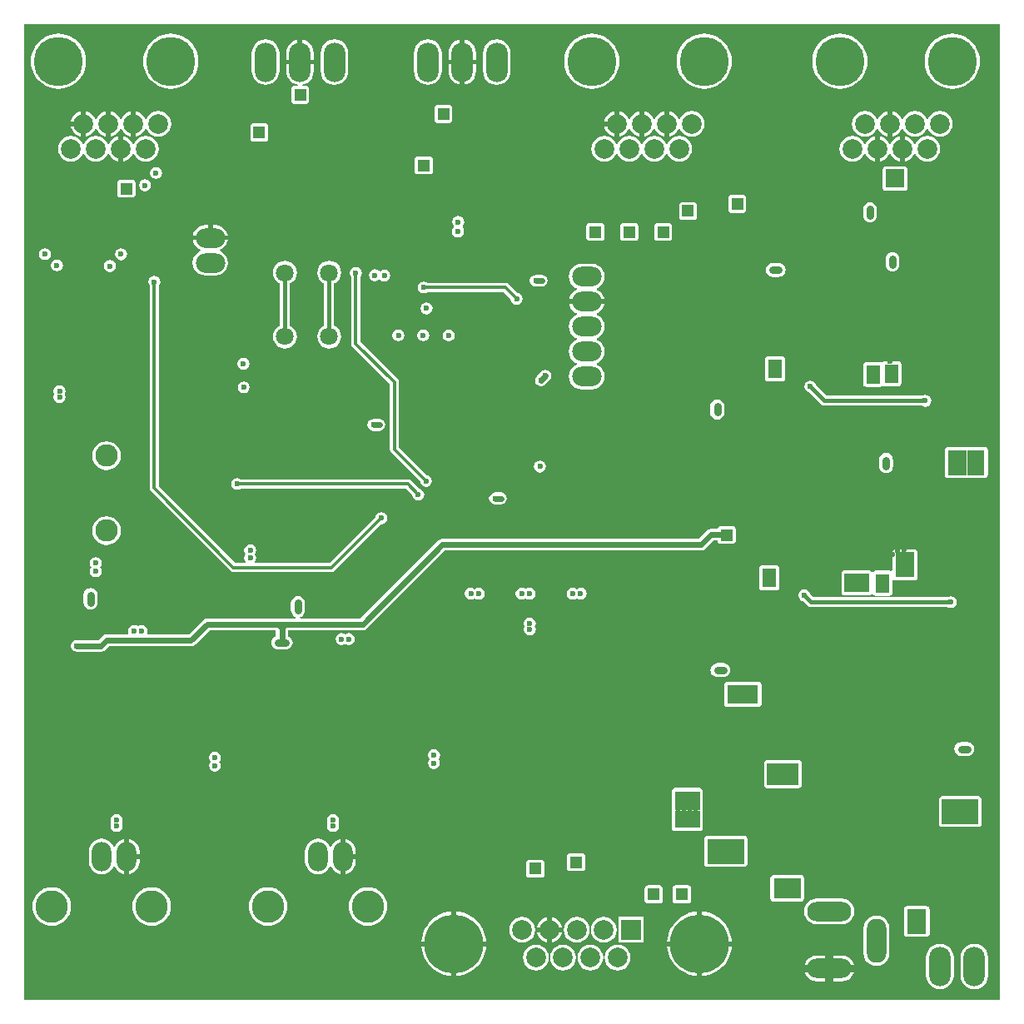
<source format=gbr>
%TF.GenerationSoftware,Altium Limited,Altium Designer,19.0.10 (269)*%
G04 Layer_Physical_Order=4*
G04 Layer_Color=16711680*
%FSLAX45Y45*%
%MOMM*%
%TF.FileFunction,Copper,L4,Bot,Signal*%
%TF.Part,Single*%
G01*
G75*
%TA.AperFunction,Conductor*%
%ADD10C,0.30000*%
%ADD38C,0.60000*%
%ADD40C,0.80000*%
%ADD43C,0.40000*%
%ADD60R,3.78441X2.51880*%
%ADD63R,1.21920X1.22560*%
%ADD64R,2.79400X2.08280*%
%ADD67R,1.22560X1.21920*%
%ADD70R,1.89922X1.87960*%
%ADD71R,1.81281X2.51880*%
%ADD72R,1.97498X2.51880*%
%ADD77R,2.51880X1.97498*%
%TA.AperFunction,ComponentPad*%
%ADD82C,1.80000*%
%ADD83C,2.28600*%
%ADD84C,2.00000*%
%ADD85R,2.00000X2.00000*%
%ADD86C,6.00000*%
%ADD87C,5.00000*%
%ADD88O,3.00000X2.00000*%
%ADD89O,2.20000X4.00000*%
%ADD90O,2.00000X3.00000*%
%ADD91C,3.30000*%
%ADD92O,4.50000X2.00000*%
%ADD93O,2.00000X4.50000*%
%ADD94C,4.50000*%
%TA.AperFunction,ViaPad*%
%ADD95C,0.60000*%
%TA.AperFunction,Conductor*%
%ADD118R,3.21060X2.22525*%
%ADD119R,3.16900X1.97498*%
%ADD120R,1.40641X1.93627*%
%ADD121R,3.76961X2.51880*%
%ADD122R,2.51880X1.81280*%
G36*
X9959217Y40784D02*
X40784Y40784D01*
X40783Y9959217D01*
X9959216D01*
X9959217Y40784D01*
D02*
G37*
%LPC*%
G36*
X4519056Y9803536D02*
Y9600619D01*
X4635264D01*
Y9665619D01*
X4630453Y9702167D01*
X4616346Y9736223D01*
X4593905Y9765468D01*
X4564660Y9787909D01*
X4530603Y9802016D01*
X4519056Y9803536D01*
D02*
G37*
G36*
X4469056D02*
X4457509Y9802016D01*
X4423452Y9787909D01*
X4394207Y9765468D01*
X4371766Y9736223D01*
X4357660Y9702167D01*
X4352848Y9665619D01*
Y9600619D01*
X4469056D01*
Y9803536D01*
D02*
G37*
G36*
X2869051D02*
Y9600619D01*
X2985259D01*
Y9665619D01*
X2980447Y9702167D01*
X2966341Y9736223D01*
X2943900Y9765468D01*
X2914655Y9787909D01*
X2880598Y9802016D01*
X2869051Y9803536D01*
D02*
G37*
G36*
X2819051D02*
X2807504Y9802016D01*
X2773447Y9787909D01*
X2744202Y9765468D01*
X2721761Y9736223D01*
X2707654Y9702167D01*
X2702843Y9665619D01*
Y9600619D01*
X2819051D01*
Y9803536D01*
D02*
G37*
G36*
X4635264Y9550619D02*
X4519056D01*
Y9347703D01*
X4530603Y9349223D01*
X4564660Y9363330D01*
X4593905Y9385770D01*
X4616346Y9415015D01*
X4630453Y9449072D01*
X4635264Y9485620D01*
Y9550619D01*
D02*
G37*
G36*
X4469056D02*
X4352848D01*
Y9485620D01*
X4357660Y9449072D01*
X4371766Y9415015D01*
X4394207Y9385770D01*
X4423452Y9363330D01*
X4457509Y9349223D01*
X4469056Y9347703D01*
Y9550619D01*
D02*
G37*
G36*
X4844056Y9806827D02*
X4807509Y9802016D01*
X4773452Y9787909D01*
X4744207Y9765468D01*
X4721766Y9736223D01*
X4707660Y9702167D01*
X4702848Y9665619D01*
Y9485620D01*
X4707660Y9449072D01*
X4721766Y9415015D01*
X4744207Y9385770D01*
X4773452Y9363330D01*
X4807509Y9349223D01*
X4844056Y9344412D01*
X4880603Y9349223D01*
X4914660Y9363330D01*
X4943905Y9385770D01*
X4966346Y9415015D01*
X4980453Y9449072D01*
X4985264Y9485620D01*
Y9665619D01*
X4980453Y9702167D01*
X4966346Y9736223D01*
X4943905Y9765468D01*
X4914660Y9787909D01*
X4880603Y9802016D01*
X4844056Y9806827D01*
D02*
G37*
G36*
X4144106D02*
X4107559Y9802016D01*
X4073502Y9787909D01*
X4044257Y9765468D01*
X4021816Y9736223D01*
X4007710Y9702167D01*
X4002898Y9665619D01*
Y9485620D01*
X4007710Y9449072D01*
X4021816Y9415015D01*
X4044257Y9385770D01*
X4073502Y9363330D01*
X4107559Y9349223D01*
X4144106Y9344412D01*
X4180653Y9349223D01*
X4214710Y9363330D01*
X4243955Y9385770D01*
X4266396Y9415015D01*
X4280502Y9449072D01*
X4285314Y9485620D01*
Y9665619D01*
X4280502Y9702167D01*
X4266396Y9736223D01*
X4243955Y9765468D01*
X4214710Y9787909D01*
X4180653Y9802016D01*
X4144106Y9806827D01*
D02*
G37*
G36*
X3194051D02*
X3157504Y9802016D01*
X3123447Y9787909D01*
X3094202Y9765468D01*
X3071761Y9736223D01*
X3057655Y9702167D01*
X3052843Y9665619D01*
Y9485620D01*
X3057655Y9449072D01*
X3071761Y9415015D01*
X3094202Y9385770D01*
X3123447Y9363330D01*
X3157504Y9349223D01*
X3194051Y9344412D01*
X3230598Y9349223D01*
X3264655Y9363330D01*
X3293900Y9385770D01*
X3316341Y9415015D01*
X3330447Y9449072D01*
X3335259Y9485620D01*
Y9665619D01*
X3330447Y9702167D01*
X3316341Y9736223D01*
X3293900Y9765468D01*
X3264655Y9787909D01*
X3230598Y9802016D01*
X3194051Y9806827D01*
D02*
G37*
G36*
X2494101D02*
X2457554Y9802016D01*
X2423497Y9787909D01*
X2394252Y9765468D01*
X2371811Y9736223D01*
X2357704Y9702167D01*
X2352893Y9665619D01*
Y9485620D01*
X2357704Y9449072D01*
X2371811Y9415015D01*
X2394252Y9385770D01*
X2423497Y9363330D01*
X2457554Y9349223D01*
X2494101Y9344412D01*
X2530648Y9349223D01*
X2564705Y9363330D01*
X2593950Y9385770D01*
X2616391Y9415015D01*
X2630497Y9449072D01*
X2635309Y9485620D01*
Y9665619D01*
X2630497Y9702167D01*
X2616391Y9736223D01*
X2593950Y9765468D01*
X2564705Y9787909D01*
X2530648Y9802016D01*
X2494101Y9806827D01*
D02*
G37*
G36*
X9477606Y9863984D02*
X9433669Y9860526D01*
X9390814Y9850238D01*
X9350096Y9833371D01*
X9312517Y9810344D01*
X9279004Y9781720D01*
X9250381Y9748207D01*
X9227353Y9710629D01*
X9210487Y9669911D01*
X9200198Y9627055D01*
X9196740Y9583118D01*
X9200198Y9539181D01*
X9210487Y9496326D01*
X9227353Y9455608D01*
X9250381Y9418029D01*
X9279004Y9384516D01*
X9312517Y9355893D01*
X9350096Y9332865D01*
X9390814Y9315999D01*
X9433669Y9305710D01*
X9477606Y9302252D01*
X9521543Y9305710D01*
X9564398Y9315999D01*
X9605117Y9332865D01*
X9642695Y9355893D01*
X9676208Y9384516D01*
X9704831Y9418029D01*
X9727859Y9455608D01*
X9744725Y9496326D01*
X9755014Y9539181D01*
X9758472Y9583118D01*
X9755014Y9627055D01*
X9744725Y9669911D01*
X9727859Y9710629D01*
X9704831Y9748207D01*
X9676208Y9781720D01*
X9642695Y9810344D01*
X9605117Y9833371D01*
X9564398Y9850238D01*
X9521543Y9860526D01*
X9477606Y9863984D01*
D02*
G37*
G36*
X8334606D02*
X8290669Y9860526D01*
X8247814Y9850238D01*
X8207096Y9833371D01*
X8169517Y9810344D01*
X8136004Y9781720D01*
X8107381Y9748207D01*
X8084353Y9710629D01*
X8067487Y9669911D01*
X8057198Y9627055D01*
X8053740Y9583118D01*
X8057198Y9539181D01*
X8067487Y9496326D01*
X8084353Y9455608D01*
X8107381Y9418029D01*
X8136004Y9384516D01*
X8169517Y9355893D01*
X8207096Y9332865D01*
X8247814Y9315999D01*
X8290669Y9305710D01*
X8334606Y9302252D01*
X8378543Y9305710D01*
X8421398Y9315999D01*
X8462117Y9332865D01*
X8499695Y9355893D01*
X8533208Y9384516D01*
X8561831Y9418029D01*
X8584859Y9455608D01*
X8601725Y9496326D01*
X8612014Y9539181D01*
X8615472Y9583118D01*
X8612014Y9627055D01*
X8601725Y9669911D01*
X8584859Y9710629D01*
X8561831Y9748207D01*
X8533208Y9781720D01*
X8499695Y9810344D01*
X8462117Y9833371D01*
X8421398Y9850238D01*
X8378543Y9860526D01*
X8334606Y9863984D01*
D02*
G37*
G36*
X6953606D02*
X6909669Y9860526D01*
X6866814Y9850238D01*
X6826096Y9833371D01*
X6788517Y9810344D01*
X6755004Y9781720D01*
X6726381Y9748207D01*
X6703353Y9710629D01*
X6686487Y9669911D01*
X6676198Y9627055D01*
X6672740Y9583118D01*
X6676198Y9539181D01*
X6686487Y9496326D01*
X6703353Y9455608D01*
X6726381Y9418029D01*
X6755004Y9384516D01*
X6788517Y9355893D01*
X6826096Y9332865D01*
X6866814Y9315999D01*
X6909669Y9305710D01*
X6953606Y9302252D01*
X6997543Y9305710D01*
X7040398Y9315999D01*
X7081117Y9332865D01*
X7118695Y9355893D01*
X7152208Y9384516D01*
X7180831Y9418029D01*
X7203859Y9455608D01*
X7220725Y9496326D01*
X7231014Y9539181D01*
X7234472Y9583118D01*
X7231014Y9627055D01*
X7220725Y9669911D01*
X7203859Y9710629D01*
X7180831Y9748207D01*
X7152208Y9781720D01*
X7118695Y9810344D01*
X7081117Y9833371D01*
X7040398Y9850238D01*
X6997543Y9860526D01*
X6953606Y9863984D01*
D02*
G37*
G36*
X5810606D02*
X5766669Y9860526D01*
X5723814Y9850238D01*
X5683096Y9833371D01*
X5645517Y9810344D01*
X5612004Y9781720D01*
X5583381Y9748207D01*
X5560353Y9710629D01*
X5543487Y9669911D01*
X5533198Y9627055D01*
X5529740Y9583118D01*
X5533198Y9539181D01*
X5543487Y9496326D01*
X5560353Y9455608D01*
X5583381Y9418029D01*
X5612004Y9384516D01*
X5645517Y9355893D01*
X5683096Y9332865D01*
X5723814Y9315999D01*
X5766669Y9305710D01*
X5810606Y9302252D01*
X5854543Y9305710D01*
X5897398Y9315999D01*
X5938117Y9332865D01*
X5975695Y9355893D01*
X6009208Y9384516D01*
X6037831Y9418029D01*
X6060859Y9455608D01*
X6077725Y9496326D01*
X6088014Y9539181D01*
X6091472Y9583118D01*
X6088014Y9627055D01*
X6077725Y9669911D01*
X6060859Y9710629D01*
X6037831Y9748207D01*
X6009208Y9781720D01*
X5975695Y9810344D01*
X5938117Y9833371D01*
X5897398Y9850238D01*
X5854543Y9860526D01*
X5810606Y9863984D01*
D02*
G37*
G36*
X1529601D02*
X1485664Y9860526D01*
X1442809Y9850238D01*
X1402090Y9833371D01*
X1364512Y9810344D01*
X1330999Y9781720D01*
X1302376Y9748207D01*
X1279348Y9710629D01*
X1262482Y9669911D01*
X1252193Y9627055D01*
X1248735Y9583118D01*
X1252193Y9539181D01*
X1262482Y9496326D01*
X1279348Y9455608D01*
X1302376Y9418029D01*
X1330999Y9384516D01*
X1364512Y9355893D01*
X1402090Y9332865D01*
X1442809Y9315999D01*
X1485664Y9305710D01*
X1529601Y9302252D01*
X1573538Y9305710D01*
X1616393Y9315999D01*
X1657111Y9332865D01*
X1694690Y9355893D01*
X1728203Y9384516D01*
X1756826Y9418029D01*
X1779854Y9455608D01*
X1796720Y9496326D01*
X1807009Y9539181D01*
X1810467Y9583118D01*
X1807009Y9627055D01*
X1796720Y9669911D01*
X1779854Y9710629D01*
X1756826Y9748207D01*
X1728203Y9781720D01*
X1694690Y9810344D01*
X1657111Y9833371D01*
X1616393Y9850238D01*
X1573538Y9860526D01*
X1529601Y9863984D01*
D02*
G37*
G36*
X386601D02*
X342664Y9860526D01*
X299809Y9850238D01*
X259090Y9833371D01*
X221512Y9810344D01*
X187999Y9781720D01*
X159376Y9748207D01*
X136348Y9710629D01*
X119482Y9669911D01*
X109193Y9627055D01*
X105735Y9583118D01*
X109193Y9539181D01*
X119482Y9496326D01*
X136348Y9455608D01*
X159376Y9418029D01*
X187999Y9384516D01*
X221512Y9355893D01*
X259090Y9332865D01*
X299809Y9315999D01*
X342664Y9305710D01*
X386601Y9302252D01*
X430538Y9305710D01*
X473393Y9315999D01*
X514111Y9332865D01*
X551690Y9355893D01*
X585203Y9384516D01*
X613826Y9418029D01*
X636854Y9455608D01*
X653720Y9496326D01*
X664009Y9539181D01*
X667467Y9583118D01*
X664009Y9627055D01*
X653720Y9669911D01*
X636854Y9710629D01*
X613826Y9748207D01*
X585203Y9781720D01*
X551690Y9810344D01*
X514111Y9833371D01*
X473393Y9850238D01*
X430538Y9860526D01*
X386601Y9863984D01*
D02*
G37*
G36*
X2985259Y9550619D02*
X2702843D01*
Y9485620D01*
X2707654Y9449072D01*
X2721761Y9415015D01*
X2744202Y9385770D01*
X2773447Y9363330D01*
X2807504Y9349223D01*
X2822772Y9347213D01*
X2821940Y9334513D01*
X2784089D01*
X2772384Y9332185D01*
X2762460Y9325554D01*
X2755830Y9315631D01*
X2753501Y9303925D01*
Y9182005D01*
X2755830Y9170300D01*
X2762460Y9160376D01*
X2772384Y9153746D01*
X2784089Y9151418D01*
X2906650D01*
X2918355Y9153746D01*
X2928278Y9160376D01*
X2934909Y9170300D01*
X2937237Y9182005D01*
Y9303925D01*
X2934909Y9315631D01*
X2928278Y9325554D01*
X2918355Y9332185D01*
X2906650Y9334513D01*
X2866162D01*
X2865330Y9347213D01*
X2880598Y9349223D01*
X2914655Y9363330D01*
X2943900Y9385770D01*
X2966341Y9415015D01*
X2980447Y9449072D01*
X2985259Y9485620D01*
Y9550619D01*
D02*
G37*
G36*
X9350606Y9079240D02*
X9316669Y9074772D01*
X9285045Y9061673D01*
X9257889Y9040835D01*
X9237051Y9013679D01*
X9230479Y8997813D01*
X9216733D01*
X9210161Y9013679D01*
X9189323Y9040835D01*
X9162167Y9061673D01*
X9130543Y9074772D01*
X9096606Y9079240D01*
X9062669Y9074772D01*
X9031045Y9061673D01*
X9003889Y9040835D01*
X8983051Y9013679D01*
X8976479Y8997813D01*
X8962733D01*
X8956161Y9013679D01*
X8935323Y9040835D01*
X8908167Y9061673D01*
X8876543Y9074772D01*
X8867603Y9075949D01*
Y8948117D01*
Y8820287D01*
X8876543Y8821464D01*
X8908167Y8834563D01*
X8935323Y8855401D01*
X8956161Y8882557D01*
X8962733Y8898424D01*
X8976479D01*
X8983051Y8882557D01*
X9003889Y8855401D01*
X9031045Y8834563D01*
X9062669Y8821464D01*
X9096606Y8816997D01*
X9130543Y8821464D01*
X9162167Y8834563D01*
X9189323Y8855401D01*
X9210161Y8882557D01*
X9216733Y8898424D01*
X9230479D01*
X9237051Y8882557D01*
X9257889Y8855401D01*
X9285045Y8834563D01*
X9316669Y8821464D01*
X9350606Y8816997D01*
X9384543Y8821464D01*
X9416167Y8834563D01*
X9443323Y8855401D01*
X9464161Y8882557D01*
X9477260Y8914182D01*
X9481728Y8948118D01*
X9477260Y8982055D01*
X9464161Y9013679D01*
X9443323Y9040835D01*
X9416167Y9061673D01*
X9384543Y9074772D01*
X9350606Y9079240D01*
D02*
G37*
G36*
X6826606D02*
X6792669Y9074772D01*
X6761045Y9061673D01*
X6733889Y9040835D01*
X6713051Y9013679D01*
X6706479Y8997813D01*
X6692733D01*
X6686161Y9013679D01*
X6665323Y9040835D01*
X6638167Y9061673D01*
X6606543Y9074772D01*
X6597603Y9075949D01*
Y8948117D01*
Y8820287D01*
X6606543Y8821464D01*
X6638167Y8834563D01*
X6665323Y8855401D01*
X6686161Y8882557D01*
X6692733Y8898424D01*
X6706479D01*
X6713051Y8882557D01*
X6733889Y8855401D01*
X6761045Y8834563D01*
X6792669Y8821464D01*
X6826606Y8816997D01*
X6860543Y8821464D01*
X6892167Y8834563D01*
X6919323Y8855401D01*
X6940161Y8882557D01*
X6953260Y8914182D01*
X6957728Y8948118D01*
X6953260Y8982055D01*
X6940161Y9013679D01*
X6919323Y9040835D01*
X6892167Y9061673D01*
X6860543Y9074772D01*
X6826606Y9079240D01*
D02*
G37*
G36*
X1402601D02*
X1368664Y9074772D01*
X1337040Y9061673D01*
X1309884Y9040835D01*
X1289046Y9013679D01*
X1282474Y8997813D01*
X1268728D01*
X1262156Y9013679D01*
X1241318Y9040835D01*
X1214162Y9061673D01*
X1182538Y9074772D01*
X1173597Y9075949D01*
Y8948117D01*
Y8820287D01*
X1182538Y8821464D01*
X1214162Y8834563D01*
X1241318Y8855401D01*
X1262156Y8882557D01*
X1268728Y8898424D01*
X1282474D01*
X1289046Y8882557D01*
X1309884Y8855401D01*
X1337040Y8834563D01*
X1368664Y8821464D01*
X1402601Y8816997D01*
X1436538Y8821464D01*
X1468162Y8834563D01*
X1495318Y8855401D01*
X1516156Y8882557D01*
X1529255Y8914182D01*
X1533723Y8948118D01*
X1529255Y8982055D01*
X1516156Y9013679D01*
X1495318Y9040835D01*
X1468162Y9061673D01*
X1436538Y9074772D01*
X1402601Y9079240D01*
D02*
G37*
G36*
X615597Y9075948D02*
X606664Y9074772D01*
X575040Y9061673D01*
X547884Y9040835D01*
X527046Y9013679D01*
X513947Y8982055D01*
X512770Y8973117D01*
X615597D01*
Y9075948D01*
D02*
G37*
G36*
X6039603D02*
X6030669Y9074772D01*
X5999045Y9061673D01*
X5971889Y9040835D01*
X5951051Y9013679D01*
X5937952Y8982055D01*
X5936776Y8973117D01*
X6039603D01*
Y9075948D01*
D02*
G37*
G36*
X4362840Y9139983D02*
X4240280D01*
X4228575Y9137655D01*
X4218651Y9131024D01*
X4212021Y9121101D01*
X4209692Y9109395D01*
Y8987475D01*
X4212021Y8975770D01*
X4218651Y8965846D01*
X4228575Y8959216D01*
X4240280Y8956888D01*
X4362840D01*
X4374546Y8959216D01*
X4384469Y8965846D01*
X4391100Y8975770D01*
X4393428Y8987475D01*
Y9109395D01*
X4391100Y9121101D01*
X4384469Y9131024D01*
X4374546Y9137655D01*
X4362840Y9139983D01*
D02*
G37*
G36*
X2459181Y8952076D02*
X2458917Y8952023D01*
X2399446D01*
X2399181Y8952076D01*
X2398917Y8952023D01*
X2367741D01*
X2356036Y8949695D01*
X2346112Y8943064D01*
X2339482Y8933141D01*
X2337153Y8921435D01*
Y8799515D01*
X2339482Y8787810D01*
X2346112Y8777886D01*
X2356036Y8771256D01*
X2367741Y8768928D01*
X2490301D01*
X2502007Y8771256D01*
X2511930Y8777886D01*
X2518561Y8787810D01*
X2520889Y8799515D01*
Y8921435D01*
X2518561Y8933141D01*
X2511930Y8943064D01*
X2502007Y8949695D01*
X2490301Y8952023D01*
X2459445D01*
X2459181Y8952076D01*
D02*
G37*
G36*
X919597Y9075949D02*
Y8948117D01*
Y8820287D01*
X928538Y8821464D01*
X960162Y8834563D01*
X987318Y8855401D01*
X1008156Y8882557D01*
X1014728Y8898424D01*
X1028474D01*
X1035046Y8882557D01*
X1055884Y8855401D01*
X1083040Y8834563D01*
X1114664Y8821464D01*
X1123597Y8820288D01*
Y8948117D01*
Y9075948D01*
X1114664Y9074772D01*
X1083040Y9061673D01*
X1055884Y9040835D01*
X1035046Y9013679D01*
X1028474Y8997813D01*
X1014728D01*
X1008156Y9013679D01*
X987318Y9040835D01*
X960162Y9061673D01*
X928538Y9074772D01*
X919597Y9075949D01*
D02*
G37*
G36*
X665597D02*
Y8948117D01*
Y8820287D01*
X674538Y8821464D01*
X706162Y8834563D01*
X733318Y8855401D01*
X754156Y8882557D01*
X760728Y8898424D01*
X774474D01*
X781046Y8882557D01*
X801884Y8855401D01*
X829040Y8834563D01*
X860664Y8821464D01*
X869597Y8820288D01*
Y8948117D01*
Y9075948D01*
X860664Y9074772D01*
X829040Y9061673D01*
X801884Y9040835D01*
X781046Y9013679D01*
X774474Y8997813D01*
X760728D01*
X754156Y9013679D01*
X733318Y9040835D01*
X706162Y9061673D01*
X674538Y9074772D01*
X665597Y9075949D01*
D02*
G37*
G36*
X615597Y8923117D02*
X512771D01*
X513947Y8914182D01*
X527046Y8882557D01*
X547884Y8855401D01*
X575040Y8834563D01*
X606664Y8821464D01*
X615597Y8820288D01*
Y8923117D01*
D02*
G37*
G36*
X8588606Y9079240D02*
X8554669Y9074772D01*
X8523045Y9061673D01*
X8495889Y9040835D01*
X8475051Y9013679D01*
X8461952Y8982055D01*
X8457484Y8948118D01*
X8461952Y8914182D01*
X8475051Y8882557D01*
X8495889Y8855401D01*
X8523045Y8834563D01*
X8554669Y8821464D01*
X8588606Y8816997D01*
X8622543Y8821464D01*
X8654167Y8834563D01*
X8681323Y8855401D01*
X8702161Y8882557D01*
X8708733Y8898424D01*
X8722479D01*
X8729051Y8882557D01*
X8749889Y8855401D01*
X8777045Y8834563D01*
X8808669Y8821464D01*
X8817603Y8820288D01*
Y8948117D01*
Y9075948D01*
X8808669Y9074772D01*
X8777045Y9061673D01*
X8749889Y9040835D01*
X8729051Y9013679D01*
X8722479Y8997813D01*
X8708733D01*
X8702161Y9013679D01*
X8681323Y9040835D01*
X8654167Y9061673D01*
X8622543Y9074772D01*
X8588606Y9079240D01*
D02*
G37*
G36*
X6343603Y9075949D02*
Y8948117D01*
Y8820287D01*
X6352543Y8821464D01*
X6384167Y8834563D01*
X6411323Y8855401D01*
X6432161Y8882557D01*
X6438733Y8898424D01*
X6452479D01*
X6459051Y8882557D01*
X6479889Y8855401D01*
X6507045Y8834563D01*
X6538669Y8821464D01*
X6547603Y8820288D01*
Y8948117D01*
Y9075948D01*
X6538669Y9074772D01*
X6507045Y9061673D01*
X6479889Y9040835D01*
X6459051Y9013679D01*
X6452479Y8997813D01*
X6438733D01*
X6432161Y9013679D01*
X6411323Y9040835D01*
X6384167Y9061673D01*
X6352543Y9074772D01*
X6343603Y9075949D01*
D02*
G37*
G36*
X6089603D02*
Y8948117D01*
Y8820287D01*
X6098543Y8821464D01*
X6130167Y8834563D01*
X6157323Y8855401D01*
X6178161Y8882557D01*
X6184733Y8898424D01*
X6198479D01*
X6205051Y8882557D01*
X6225889Y8855401D01*
X6253045Y8834563D01*
X6284669Y8821464D01*
X6293603Y8820288D01*
Y8948117D01*
Y9075948D01*
X6284669Y9074772D01*
X6253045Y9061673D01*
X6225889Y9040835D01*
X6205051Y9013679D01*
X6198479Y8997813D01*
X6184733D01*
X6178161Y9013679D01*
X6157323Y9040835D01*
X6130167Y9061673D01*
X6098543Y9074772D01*
X6089603Y9075949D01*
D02*
G37*
G36*
X6039603Y8923117D02*
X5936776D01*
X5937952Y8914182D01*
X5951051Y8882557D01*
X5971889Y8855401D01*
X5999045Y8834563D01*
X6030669Y8821464D01*
X6039603Y8820288D01*
Y8923117D01*
D02*
G37*
G36*
X9223606Y8825240D02*
X9189669Y8820772D01*
X9158045Y8807673D01*
X9130889Y8786835D01*
X9110051Y8759679D01*
X9103479Y8743813D01*
X9089733D01*
X9083161Y8759679D01*
X9062323Y8786835D01*
X9035167Y8807673D01*
X9003543Y8820772D01*
X8994603Y8821949D01*
Y8694117D01*
Y8566287D01*
X9003543Y8567464D01*
X9035167Y8580563D01*
X9062323Y8601401D01*
X9083161Y8628557D01*
X9089733Y8644424D01*
X9103479D01*
X9110051Y8628557D01*
X9130889Y8601401D01*
X9158045Y8580563D01*
X9189669Y8567464D01*
X9223606Y8562997D01*
X9257543Y8567464D01*
X9289167Y8580563D01*
X9316323Y8601401D01*
X9337161Y8628557D01*
X9350260Y8660182D01*
X9354728Y8694118D01*
X9350260Y8728055D01*
X9337161Y8759679D01*
X9316323Y8786835D01*
X9289167Y8807673D01*
X9257543Y8820772D01*
X9223606Y8825240D01*
D02*
G37*
G36*
X6699606D02*
X6665669Y8820772D01*
X6634045Y8807673D01*
X6606889Y8786835D01*
X6586051Y8759679D01*
X6579479Y8743813D01*
X6565733D01*
X6559161Y8759679D01*
X6538323Y8786835D01*
X6511167Y8807673D01*
X6479543Y8820772D01*
X6445606Y8825240D01*
X6411669Y8820772D01*
X6380045Y8807673D01*
X6352889Y8786835D01*
X6332051Y8759679D01*
X6325479Y8743813D01*
X6311733D01*
X6305161Y8759679D01*
X6284323Y8786835D01*
X6257167Y8807673D01*
X6225543Y8820772D01*
X6191606Y8825240D01*
X6157669Y8820772D01*
X6126045Y8807673D01*
X6098889Y8786835D01*
X6078051Y8759679D01*
X6071479Y8743813D01*
X6057733D01*
X6051161Y8759679D01*
X6030323Y8786835D01*
X6003167Y8807673D01*
X5971543Y8820772D01*
X5937606Y8825240D01*
X5903669Y8820772D01*
X5872045Y8807673D01*
X5844889Y8786835D01*
X5824051Y8759679D01*
X5810952Y8728055D01*
X5806484Y8694118D01*
X5810952Y8660182D01*
X5824051Y8628557D01*
X5844889Y8601401D01*
X5872045Y8580563D01*
X5903669Y8567464D01*
X5937606Y8562997D01*
X5971543Y8567464D01*
X6003167Y8580563D01*
X6030323Y8601401D01*
X6051161Y8628557D01*
X6057733Y8644424D01*
X6071479D01*
X6078051Y8628557D01*
X6098889Y8601401D01*
X6126045Y8580563D01*
X6157669Y8567464D01*
X6191606Y8562997D01*
X6225543Y8567464D01*
X6257167Y8580563D01*
X6284323Y8601401D01*
X6305161Y8628557D01*
X6311733Y8644424D01*
X6325479D01*
X6332051Y8628557D01*
X6352889Y8601401D01*
X6380045Y8580563D01*
X6411669Y8567464D01*
X6445606Y8562997D01*
X6479543Y8567464D01*
X6511167Y8580563D01*
X6538323Y8601401D01*
X6559161Y8628557D01*
X6565733Y8644424D01*
X6579479D01*
X6586051Y8628557D01*
X6606889Y8601401D01*
X6634045Y8580563D01*
X6665669Y8567464D01*
X6699606Y8562997D01*
X6733543Y8567464D01*
X6765167Y8580563D01*
X6792323Y8601401D01*
X6813161Y8628557D01*
X6826260Y8660182D01*
X6830728Y8694118D01*
X6826260Y8728055D01*
X6813161Y8759679D01*
X6792323Y8786835D01*
X6765167Y8807673D01*
X6733543Y8820772D01*
X6699606Y8825240D01*
D02*
G37*
G36*
X1275601D02*
X1241664Y8820772D01*
X1210040Y8807673D01*
X1182884Y8786835D01*
X1162046Y8759679D01*
X1155474Y8743813D01*
X1141728D01*
X1135156Y8759679D01*
X1114318Y8786835D01*
X1087162Y8807673D01*
X1055538Y8820772D01*
X1046597Y8821949D01*
Y8694117D01*
Y8566287D01*
X1055538Y8567464D01*
X1087162Y8580563D01*
X1114318Y8601401D01*
X1135156Y8628557D01*
X1141728Y8644424D01*
X1155474D01*
X1162046Y8628557D01*
X1182884Y8601401D01*
X1210040Y8580563D01*
X1241664Y8567464D01*
X1275601Y8562997D01*
X1309538Y8567464D01*
X1341162Y8580563D01*
X1368318Y8601401D01*
X1389156Y8628557D01*
X1402255Y8660182D01*
X1406723Y8694118D01*
X1402255Y8728055D01*
X1389156Y8759679D01*
X1368318Y8786835D01*
X1341162Y8807673D01*
X1309538Y8820772D01*
X1275601Y8825240D01*
D02*
G37*
G36*
X767601D02*
X733664Y8820772D01*
X702040Y8807673D01*
X674884Y8786835D01*
X654046Y8759679D01*
X647474Y8743813D01*
X633728D01*
X627156Y8759679D01*
X606318Y8786835D01*
X579162Y8807673D01*
X547538Y8820772D01*
X513601Y8825240D01*
X479664Y8820772D01*
X448040Y8807673D01*
X420884Y8786835D01*
X400046Y8759679D01*
X386947Y8728055D01*
X382479Y8694118D01*
X386947Y8660182D01*
X400046Y8628557D01*
X420884Y8601401D01*
X448040Y8580563D01*
X479664Y8567464D01*
X513601Y8562997D01*
X547538Y8567464D01*
X579162Y8580563D01*
X606318Y8601401D01*
X627156Y8628557D01*
X633728Y8644424D01*
X647474D01*
X654046Y8628557D01*
X674884Y8601401D01*
X702040Y8580563D01*
X733664Y8567464D01*
X767601Y8562997D01*
X801538Y8567464D01*
X833162Y8580563D01*
X860318Y8601401D01*
X881156Y8628557D01*
X887728Y8644424D01*
X901474D01*
X908046Y8628557D01*
X928884Y8601401D01*
X956040Y8580563D01*
X987664Y8567464D01*
X996597Y8566288D01*
Y8694117D01*
Y8821948D01*
X987664Y8820772D01*
X956040Y8807673D01*
X928884Y8786835D01*
X908046Y8759679D01*
X901474Y8743813D01*
X887728D01*
X881156Y8759679D01*
X860318Y8786835D01*
X833162Y8807673D01*
X801538Y8820772D01*
X767601Y8825240D01*
D02*
G37*
G36*
X4131950Y8617451D02*
X4131687Y8617399D01*
X4072213D01*
X4071950Y8617451D01*
X4071687Y8617399D01*
X4040510D01*
X4028805Y8615071D01*
X4018881Y8608440D01*
X4012251Y8598517D01*
X4009923Y8586811D01*
Y8464891D01*
X4012251Y8453186D01*
X4018881Y8443263D01*
X4028805Y8436632D01*
X4040510Y8434304D01*
X4163071D01*
X4174776Y8436632D01*
X4184700Y8443263D01*
X4191330Y8453186D01*
X4193658Y8464891D01*
Y8586811D01*
X4191330Y8598517D01*
X4184700Y8608440D01*
X4174776Y8615071D01*
X4163071Y8617399D01*
X4132213D01*
X4131950Y8617451D01*
D02*
G37*
G36*
X8740603Y8821949D02*
Y8694117D01*
Y8566287D01*
X8749543Y8567464D01*
X8781167Y8580563D01*
X8808323Y8601401D01*
X8829161Y8628557D01*
X8835733Y8644424D01*
X8849479D01*
X8856051Y8628557D01*
X8876889Y8601401D01*
X8904045Y8580563D01*
X8935669Y8567464D01*
X8944603Y8566288D01*
Y8694117D01*
Y8821948D01*
X8935669Y8820772D01*
X8904045Y8807673D01*
X8876889Y8786835D01*
X8856051Y8759679D01*
X8849479Y8743813D01*
X8835733D01*
X8829161Y8759679D01*
X8808323Y8786835D01*
X8781167Y8807673D01*
X8749543Y8820772D01*
X8740603Y8821949D01*
D02*
G37*
G36*
X8461606Y8825240D02*
X8427669Y8820772D01*
X8396045Y8807673D01*
X8368889Y8786835D01*
X8348051Y8759679D01*
X8334952Y8728055D01*
X8330484Y8694118D01*
X8334952Y8660182D01*
X8348051Y8628557D01*
X8368889Y8601401D01*
X8396045Y8580563D01*
X8427669Y8567464D01*
X8461606Y8562997D01*
X8495543Y8567464D01*
X8527167Y8580563D01*
X8554323Y8601401D01*
X8575161Y8628557D01*
X8581733Y8644424D01*
X8595479D01*
X8602051Y8628557D01*
X8622889Y8601401D01*
X8650045Y8580563D01*
X8681669Y8567464D01*
X8690603Y8566288D01*
Y8694117D01*
Y8821948D01*
X8681669Y8820772D01*
X8650045Y8807673D01*
X8622889Y8786835D01*
X8602051Y8759679D01*
X8595479Y8743813D01*
X8581733D01*
X8575161Y8759679D01*
X8554323Y8786835D01*
X8527167Y8807673D01*
X8495543Y8820772D01*
X8461606Y8825240D01*
D02*
G37*
G36*
X1380100Y8508568D02*
X1356689Y8503912D01*
X1336843Y8490650D01*
X1323582Y8470804D01*
X1318925Y8447393D01*
X1323582Y8423982D01*
X1336843Y8404135D01*
X1356689Y8390874D01*
X1380100Y8386217D01*
X1403511Y8390874D01*
X1423358Y8404135D01*
X1436619Y8423982D01*
X1441276Y8447393D01*
X1436619Y8470804D01*
X1423358Y8490650D01*
X1403511Y8503912D01*
X1380100Y8508568D01*
D02*
G37*
G36*
X8990080Y8516048D02*
X8800158D01*
X8788453Y8513720D01*
X8778530Y8507089D01*
X8771899Y8497166D01*
X8769571Y8485460D01*
Y8297500D01*
X8771899Y8285795D01*
X8778530Y8275871D01*
X8788453Y8269241D01*
X8800158Y8266913D01*
X8990080D01*
X9001785Y8269241D01*
X9011709Y8275871D01*
X9018339Y8285795D01*
X9020668Y8297500D01*
Y8485460D01*
X9018339Y8497166D01*
X9011709Y8507089D01*
X9001785Y8513720D01*
X8990080Y8516048D01*
D02*
G37*
G36*
X1267520Y8383880D02*
X1244109Y8379224D01*
X1224263Y8365962D01*
X1211001Y8346116D01*
X1206345Y8322705D01*
X1211001Y8299294D01*
X1224263Y8279448D01*
X1244109Y8266186D01*
X1267520Y8261530D01*
X1290931Y8266186D01*
X1310778Y8279448D01*
X1324039Y8299294D01*
X1328696Y8322705D01*
X1324039Y8346116D01*
X1310778Y8365962D01*
X1290931Y8379224D01*
X1267520Y8383880D01*
D02*
G37*
G36*
X1139580Y8380523D02*
X1017020D01*
X1005315Y8378195D01*
X995391Y8371564D01*
X988761Y8361641D01*
X986432Y8349935D01*
Y8228015D01*
X988761Y8216310D01*
X995391Y8206386D01*
X1005315Y8199756D01*
X1017020Y8197428D01*
X1139580D01*
X1151286Y8199756D01*
X1161209Y8206386D01*
X1167840Y8216310D01*
X1170168Y8228015D01*
Y8349935D01*
X1167840Y8361641D01*
X1161209Y8371564D01*
X1151286Y8378195D01*
X1139580Y8380523D01*
D02*
G37*
G36*
X6820375Y8152169D02*
X6820112Y8152117D01*
X6760638D01*
X6760375Y8152169D01*
X6760112Y8152117D01*
X6728935D01*
X6717230Y8149789D01*
X6707306Y8143158D01*
X6700676Y8133235D01*
X6698348Y8121529D01*
Y7999609D01*
X6700676Y7987904D01*
X6707306Y7977980D01*
X6717230Y7971350D01*
X6728935Y7969022D01*
X6851496D01*
X6863201Y7971350D01*
X6873124Y7977980D01*
X6879755Y7987904D01*
X6882083Y7999609D01*
Y8121529D01*
X6879755Y8133235D01*
X6873124Y8143158D01*
X6863201Y8149789D01*
X6851496Y8152117D01*
X6820638D01*
X6820375Y8152169D01*
D02*
G37*
G36*
X7351762Y8225752D02*
X7229842D01*
X7218137Y8223424D01*
X7208213Y8216794D01*
X7201583Y8206870D01*
X7199255Y8195165D01*
Y8072604D01*
X7201583Y8060899D01*
X7208213Y8050976D01*
X7218137Y8044345D01*
X7229842Y8042017D01*
X7351762D01*
X7363468Y8044345D01*
X7373391Y8050976D01*
X7380022Y8060899D01*
X7382350Y8072604D01*
Y8103462D01*
X7382402Y8103725D01*
X7382350Y8103988D01*
Y8163462D01*
X7382402Y8163725D01*
X7382350Y8163988D01*
Y8195165D01*
X7380022Y8206870D01*
X7373391Y8216794D01*
X7363468Y8223424D01*
X7351762Y8225752D01*
D02*
G37*
G36*
X8641606Y8148210D02*
X8623333Y8145804D01*
X8606304Y8138751D01*
X8591682Y8127531D01*
X8580461Y8112908D01*
X8573408Y8095880D01*
X8571002Y8077606D01*
Y8017606D01*
X8573408Y7999333D01*
X8580461Y7982304D01*
X8591682Y7967682D01*
X8606304Y7956462D01*
X8623333Y7949408D01*
X8641606Y7947002D01*
X8659880Y7949408D01*
X8676908Y7956462D01*
X8691530Y7967682D01*
X8702751Y7982304D01*
X8709804Y7999333D01*
X8712210Y8017606D01*
Y8077606D01*
X8709804Y8095880D01*
X8702751Y8112908D01*
X8691530Y8127531D01*
X8676908Y8138751D01*
X8659880Y8145804D01*
X8641606Y8148210D01*
D02*
G37*
G36*
X1981444Y7920606D02*
X1956443D01*
Y7814485D01*
X2109275D01*
X2108098Y7823421D01*
X2094999Y7855045D01*
X2074161Y7882201D01*
X2047005Y7903039D01*
X2015381Y7916138D01*
X1981444Y7920606D01*
D02*
G37*
G36*
X1906443D02*
X1881445D01*
X1847508Y7916138D01*
X1815884Y7903039D01*
X1788727Y7882201D01*
X1767890Y7855045D01*
X1754791Y7823421D01*
X1753614Y7814485D01*
X1906443D01*
Y7920606D01*
D02*
G37*
G36*
X4453148Y8011475D02*
X4429737Y8006819D01*
X4409891Y7993558D01*
X4396629Y7973711D01*
X4391973Y7950300D01*
X4396629Y7926889D01*
X4406703Y7911812D01*
X4407351Y7896970D01*
X4394089Y7877124D01*
X4389433Y7853713D01*
X4394089Y7830302D01*
X4407351Y7810456D01*
X4427197Y7797194D01*
X4450608Y7792538D01*
X4474019Y7797194D01*
X4493866Y7810456D01*
X4507127Y7830302D01*
X4511783Y7853713D01*
X4507127Y7877124D01*
X4497053Y7892201D01*
X4496406Y7907043D01*
X4509667Y7926889D01*
X4514323Y7950300D01*
X4509667Y7973711D01*
X4496406Y7993558D01*
X4476559Y8006819D01*
X4453148Y8011475D01*
D02*
G37*
G36*
X6598836Y7940337D02*
X6476275D01*
X6464570Y7938009D01*
X6454646Y7931378D01*
X6448016Y7921455D01*
X6445688Y7909749D01*
Y7787829D01*
X6448016Y7776124D01*
X6454646Y7766200D01*
X6464570Y7759570D01*
X6476275Y7757242D01*
X6598836D01*
X6610541Y7759570D01*
X6620465Y7766200D01*
X6627095Y7776124D01*
X6629423Y7787829D01*
Y7909749D01*
X6627095Y7921455D01*
X6620465Y7931378D01*
X6610541Y7938009D01*
X6598836Y7940337D01*
D02*
G37*
G36*
X6253876D02*
X6131315D01*
X6119610Y7938009D01*
X6109687Y7931378D01*
X6103056Y7921455D01*
X6100728Y7909749D01*
Y7787829D01*
X6103056Y7776124D01*
X6109687Y7766200D01*
X6119610Y7759570D01*
X6131315Y7757242D01*
X6253876D01*
X6265581Y7759570D01*
X6275505Y7766200D01*
X6282135Y7776124D01*
X6284463Y7787829D01*
Y7909749D01*
X6282135Y7921455D01*
X6275505Y7931378D01*
X6265581Y7938009D01*
X6253876Y7940337D01*
D02*
G37*
G36*
X5908916D02*
X5786355D01*
X5774650Y7938009D01*
X5764727Y7931378D01*
X5758096Y7921455D01*
X5755768Y7909749D01*
Y7787829D01*
X5758096Y7776124D01*
X5764727Y7766200D01*
X5774650Y7759570D01*
X5786355Y7757242D01*
X5908916D01*
X5920621Y7759570D01*
X5930545Y7766200D01*
X5937175Y7776124D01*
X5939503Y7787829D01*
Y7909749D01*
X5937175Y7921455D01*
X5930545Y7931378D01*
X5920621Y7938009D01*
X5908916Y7940337D01*
D02*
G37*
G36*
X251300Y7683436D02*
X227890Y7678779D01*
X208043Y7665518D01*
X194782Y7645671D01*
X190125Y7622260D01*
X194782Y7598849D01*
X208043Y7579003D01*
X227890Y7565742D01*
X251300Y7561085D01*
X274711Y7565742D01*
X294558Y7579003D01*
X307819Y7598849D01*
X312476Y7622260D01*
X307819Y7645671D01*
X294558Y7665518D01*
X274711Y7678779D01*
X251300Y7683436D01*
D02*
G37*
G36*
X1023740Y7683096D02*
X1000329Y7678439D01*
X980483Y7665178D01*
X967221Y7645331D01*
X962565Y7621920D01*
X967221Y7598509D01*
X980483Y7578663D01*
X1000329Y7565401D01*
X1023740Y7560745D01*
X1047151Y7565401D01*
X1066998Y7578663D01*
X1080259Y7598509D01*
X1084916Y7621920D01*
X1080259Y7645331D01*
X1066998Y7665178D01*
X1047151Y7678439D01*
X1023740Y7683096D01*
D02*
G37*
G36*
X372260Y7568735D02*
X348849Y7564079D01*
X329003Y7550818D01*
X315742Y7530971D01*
X311085Y7507560D01*
X315742Y7484149D01*
X329003Y7464303D01*
X348849Y7451041D01*
X372260Y7446385D01*
X395671Y7451041D01*
X415518Y7464303D01*
X428779Y7484149D01*
X433436Y7507560D01*
X428779Y7530971D01*
X415518Y7550818D01*
X395671Y7564079D01*
X372260Y7568735D01*
D02*
G37*
G36*
X8868878Y7645482D02*
X8850605Y7643076D01*
X8833576Y7636023D01*
X8818954Y7624803D01*
X8807734Y7610180D01*
X8800680Y7593152D01*
X8798275Y7574878D01*
Y7514878D01*
X8800680Y7496605D01*
X8807734Y7479576D01*
X8818954Y7464954D01*
X8833576Y7453734D01*
X8850605Y7446680D01*
X8868878Y7444274D01*
X8887152Y7446680D01*
X8904180Y7453734D01*
X8918803Y7464954D01*
X8930023Y7479576D01*
X8937076Y7496605D01*
X8939482Y7514878D01*
Y7574878D01*
X8937076Y7593152D01*
X8930023Y7610180D01*
X8918803Y7624803D01*
X8904180Y7636023D01*
X8887152Y7643076D01*
X8868878Y7645482D01*
D02*
G37*
G36*
X909040Y7562136D02*
X885629Y7557479D01*
X865782Y7544218D01*
X852521Y7524371D01*
X847864Y7500960D01*
X852521Y7477549D01*
X865782Y7457703D01*
X885629Y7444442D01*
X909040Y7439785D01*
X932451Y7444442D01*
X952297Y7457703D01*
X965559Y7477549D01*
X970215Y7500960D01*
X965559Y7524371D01*
X952297Y7544218D01*
X932451Y7557479D01*
X909040Y7562136D01*
D02*
G37*
G36*
X2109275Y7764485D02*
X1931443D01*
X1753614D01*
X1754791Y7755547D01*
X1767890Y7723923D01*
X1788727Y7696767D01*
X1815884Y7675929D01*
X1831750Y7669357D01*
Y7655611D01*
X1815884Y7649039D01*
X1788727Y7628201D01*
X1767890Y7601045D01*
X1754791Y7569421D01*
X1750323Y7535484D01*
X1754791Y7501547D01*
X1767890Y7469923D01*
X1788727Y7442767D01*
X1815884Y7421929D01*
X1847508Y7408830D01*
X1881445Y7404362D01*
X1981444D01*
X2015381Y7408830D01*
X2047005Y7421929D01*
X2074161Y7442767D01*
X2094999Y7469923D01*
X2108098Y7501547D01*
X2112566Y7535484D01*
X2108098Y7569421D01*
X2094999Y7601045D01*
X2074161Y7628201D01*
X2047005Y7649039D01*
X2031139Y7655611D01*
Y7669357D01*
X2047005Y7675929D01*
X2074161Y7696767D01*
X2094999Y7723923D01*
X2108098Y7755547D01*
X2109275Y7764485D01*
D02*
G37*
G36*
X7711649Y7531304D02*
X7653229D01*
X7634956Y7528898D01*
X7617927Y7521845D01*
X7603305Y7510625D01*
X7592085Y7496002D01*
X7585031Y7478974D01*
X7582625Y7460700D01*
X7585031Y7442427D01*
X7592085Y7425398D01*
X7603305Y7410776D01*
X7617927Y7399555D01*
X7634956Y7392502D01*
X7653229Y7390096D01*
X7711649D01*
X7729923Y7392502D01*
X7746951Y7399555D01*
X7761574Y7410776D01*
X7772794Y7425398D01*
X7779847Y7442427D01*
X7782253Y7460700D01*
X7779847Y7478974D01*
X7772794Y7496002D01*
X7761574Y7510625D01*
X7746951Y7521845D01*
X7729923Y7528898D01*
X7711649Y7531304D01*
D02*
G37*
G36*
X3604573Y7468408D02*
X3581162Y7463751D01*
X3561316Y7450490D01*
X3548054Y7430643D01*
X3543398Y7407232D01*
X3548054Y7383821D01*
X3561316Y7363975D01*
X3581162Y7350714D01*
X3604573Y7346057D01*
X3627984Y7350714D01*
X3647830Y7363975D01*
X3660326Y7359816D01*
X3677749Y7348174D01*
X3701160Y7343517D01*
X3724571Y7348174D01*
X3744418Y7361435D01*
X3757679Y7381281D01*
X3762336Y7404692D01*
X3757679Y7428103D01*
X3744418Y7447950D01*
X3724571Y7461211D01*
X3701160Y7465868D01*
X3677749Y7461211D01*
X3657903Y7447950D01*
X3645407Y7452109D01*
X3627984Y7463751D01*
X3604573Y7468408D01*
D02*
G37*
G36*
X5301729Y7412635D02*
X5241729D01*
X5218318Y7407979D01*
X5198472Y7394717D01*
X5185210Y7374871D01*
X5180554Y7351460D01*
X5185210Y7328049D01*
X5198472Y7308203D01*
X5218318Y7294941D01*
X5241729Y7290285D01*
X5301729D01*
X5325140Y7294941D01*
X5344987Y7308203D01*
X5358248Y7328049D01*
X5362904Y7351460D01*
X5358248Y7374871D01*
X5344987Y7394717D01*
X5325140Y7407979D01*
X5301729Y7412635D01*
D02*
G37*
G36*
X5809701Y7524560D02*
X5709701D01*
X5675764Y7520092D01*
X5644140Y7506993D01*
X5616984Y7486156D01*
X5596146Y7458999D01*
X5583047Y7427375D01*
X5578579Y7393439D01*
X5583047Y7359502D01*
X5596146Y7327878D01*
X5616984Y7300721D01*
X5644140Y7279884D01*
X5660006Y7273312D01*
Y7259565D01*
X5644140Y7252993D01*
X5616984Y7232156D01*
X5596146Y7204999D01*
X5583047Y7173375D01*
X5581871Y7164440D01*
X5759703D01*
X5937531D01*
X5936355Y7173375D01*
X5923256Y7204999D01*
X5902418Y7232156D01*
X5875262Y7252993D01*
X5859395Y7259565D01*
Y7273312D01*
X5875262Y7279884D01*
X5902418Y7300721D01*
X5923256Y7327878D01*
X5936355Y7359502D01*
X5940823Y7393439D01*
X5936355Y7427375D01*
X5923256Y7458999D01*
X5902418Y7486156D01*
X5875262Y7506993D01*
X5843638Y7520092D01*
X5809701Y7524560D01*
D02*
G37*
G36*
X4103120Y7345216D02*
X4079709Y7340559D01*
X4059863Y7327298D01*
X4046601Y7307451D01*
X4041945Y7284040D01*
X4046601Y7260629D01*
X4059863Y7240783D01*
X4079709Y7227521D01*
X4103120Y7222865D01*
X4126531Y7227521D01*
X4142450Y7238159D01*
X4911501D01*
X4986413Y7163248D01*
X4990148Y7144469D01*
X5003409Y7124623D01*
X5023256Y7111361D01*
X5046667Y7106705D01*
X5070077Y7111361D01*
X5089924Y7124623D01*
X5103185Y7144469D01*
X5107842Y7167880D01*
X5103185Y7191291D01*
X5089924Y7211137D01*
X5070077Y7224399D01*
X5051299Y7228134D01*
X4962949Y7316483D01*
X4948065Y7326429D01*
X4930506Y7329922D01*
X4142450D01*
X4126531Y7340559D01*
X4103120Y7345216D01*
D02*
G37*
G36*
X4130580Y7131856D02*
X4107169Y7127199D01*
X4087322Y7113938D01*
X4074061Y7094091D01*
X4069404Y7070680D01*
X4074061Y7047269D01*
X4087322Y7027423D01*
X4107169Y7014161D01*
X4130580Y7009505D01*
X4153991Y7014161D01*
X4173837Y7027423D01*
X4187099Y7047269D01*
X4191755Y7070680D01*
X4187099Y7094091D01*
X4173837Y7113938D01*
X4153991Y7127199D01*
X4130580Y7131856D01*
D02*
G37*
G36*
X4357120Y6857536D02*
X4333709Y6852879D01*
X4313863Y6839618D01*
X4300601Y6819771D01*
X4295945Y6796360D01*
X4300601Y6772949D01*
X4313863Y6753103D01*
X4333709Y6739841D01*
X4357120Y6735185D01*
X4380531Y6739841D01*
X4400378Y6753103D01*
X4413639Y6772949D01*
X4418295Y6796360D01*
X4413639Y6819771D01*
X4400378Y6839618D01*
X4380531Y6852879D01*
X4357120Y6857536D01*
D02*
G37*
G36*
X4097332D02*
X4073921Y6852879D01*
X4054075Y6839618D01*
X4040813Y6819771D01*
X4036157Y6796360D01*
X4040813Y6772949D01*
X4054075Y6753103D01*
X4073921Y6739841D01*
X4097332Y6735185D01*
X4120743Y6739841D01*
X4140590Y6753103D01*
X4153851Y6772949D01*
X4158508Y6796360D01*
X4153851Y6819771D01*
X4140590Y6839618D01*
X4120743Y6852879D01*
X4097332Y6857536D01*
D02*
G37*
G36*
X3844292D02*
X3820881Y6852879D01*
X3801035Y6839618D01*
X3787773Y6819771D01*
X3783117Y6796360D01*
X3787773Y6772949D01*
X3801035Y6753103D01*
X3820881Y6739841D01*
X3844292Y6735185D01*
X3867703Y6739841D01*
X3887550Y6753103D01*
X3900811Y6772949D01*
X3905468Y6796360D01*
X3900811Y6819771D01*
X3887550Y6839618D01*
X3867703Y6852879D01*
X3844292Y6857536D01*
D02*
G37*
G36*
X3140880Y7554784D02*
X3109554Y7550660D01*
X3080362Y7538568D01*
X3055295Y7519333D01*
X3036060Y7494266D01*
X3023969Y7465075D01*
X3019845Y7433749D01*
X3023969Y7402422D01*
X3036060Y7373231D01*
X3055295Y7348164D01*
X3080362Y7328929D01*
X3089901Y7324978D01*
Y6892519D01*
X3080363Y6888568D01*
X3055295Y6869333D01*
X3036060Y6844266D01*
X3023969Y6815075D01*
X3019845Y6783749D01*
X3023969Y6752422D01*
X3036060Y6723231D01*
X3055295Y6698164D01*
X3080363Y6678929D01*
X3109554Y6666838D01*
X3140880Y6662713D01*
X3172207Y6666838D01*
X3201398Y6678929D01*
X3226465Y6698164D01*
X3245700Y6723231D01*
X3257791Y6752422D01*
X3261915Y6783749D01*
X3257791Y6815075D01*
X3245700Y6844266D01*
X3226465Y6869333D01*
X3201398Y6888568D01*
X3191860Y6892519D01*
Y7324978D01*
X3201398Y7328929D01*
X3226465Y7348164D01*
X3245700Y7373231D01*
X3257791Y7402422D01*
X3261915Y7433749D01*
X3257791Y7465075D01*
X3245700Y7494266D01*
X3226465Y7519333D01*
X3201398Y7538568D01*
X3172207Y7550660D01*
X3140880Y7554784D01*
D02*
G37*
G36*
X2690880D02*
X2659554Y7550660D01*
X2630362Y7538568D01*
X2605295Y7519333D01*
X2586060Y7494266D01*
X2573969Y7465075D01*
X2569845Y7433749D01*
X2573969Y7402422D01*
X2586060Y7373231D01*
X2605295Y7348164D01*
X2630362Y7328929D01*
X2639900Y7324978D01*
Y6892519D01*
X2630363Y6888568D01*
X2605295Y6869333D01*
X2586060Y6844266D01*
X2573969Y6815075D01*
X2569845Y6783749D01*
X2573969Y6752422D01*
X2586060Y6723231D01*
X2605295Y6698164D01*
X2630363Y6678929D01*
X2659554Y6666838D01*
X2690880Y6662713D01*
X2722206Y6666838D01*
X2751398Y6678929D01*
X2776465Y6698164D01*
X2795700Y6723231D01*
X2807791Y6752422D01*
X2811915Y6783749D01*
X2807791Y6815075D01*
X2795700Y6844266D01*
X2776465Y6869333D01*
X2751398Y6888568D01*
X2741860Y6892519D01*
Y7324978D01*
X2751398Y7328929D01*
X2776465Y7348164D01*
X2795700Y7373231D01*
X2807791Y7402422D01*
X2811915Y7433749D01*
X2807791Y7465075D01*
X2795700Y7494266D01*
X2776465Y7519333D01*
X2751398Y7538568D01*
X2722206Y7550660D01*
X2690880Y7554784D01*
D02*
G37*
G36*
X8929050Y6533287D02*
X8788409D01*
X8776704Y6530959D01*
X8766780Y6524329D01*
X8763256Y6519054D01*
X8755406Y6524299D01*
X8743701Y6526628D01*
X8603060D01*
X8591354Y6524299D01*
X8581431Y6517669D01*
X8574800Y6507745D01*
X8572472Y6496040D01*
Y6302413D01*
X8574800Y6290707D01*
X8581431Y6280784D01*
X8591354Y6274153D01*
X8603060Y6271825D01*
X8743701D01*
X8755406Y6274153D01*
X8765330Y6280784D01*
X8768854Y6286058D01*
X8776704Y6280813D01*
X8788409Y6278485D01*
X8929050D01*
X8940756Y6280813D01*
X8950679Y6287444D01*
X8957309Y6297367D01*
X8959638Y6309072D01*
Y6502700D01*
X8957309Y6514405D01*
X8950679Y6524329D01*
X8940756Y6530959D01*
X8929050Y6533287D01*
D02*
G37*
G36*
X2269240Y6567976D02*
X2245829Y6563319D01*
X2225983Y6550058D01*
X2212721Y6530211D01*
X2208065Y6506800D01*
X2212721Y6483389D01*
X2225983Y6463543D01*
X2245829Y6450281D01*
X2269240Y6445625D01*
X2292651Y6450281D01*
X2312498Y6463543D01*
X2325759Y6483389D01*
X2330415Y6506800D01*
X2325759Y6530211D01*
X2312498Y6550058D01*
X2292651Y6563319D01*
X2269240Y6567976D01*
D02*
G37*
G36*
X7745481Y6581756D02*
X7604839D01*
X7593134Y6579427D01*
X7583210Y6572797D01*
X7576580Y6562873D01*
X7574252Y6551168D01*
Y6357541D01*
X7576580Y6345835D01*
X7583210Y6335912D01*
X7593134Y6329281D01*
X7604839Y6326953D01*
X7745481D01*
X7757186Y6329281D01*
X7767109Y6335912D01*
X7773740Y6345835D01*
X7776068Y6357541D01*
Y6551168D01*
X7773740Y6562873D01*
X7767109Y6572797D01*
X7757186Y6579427D01*
X7745481Y6581756D01*
D02*
G37*
G36*
X5340100Y6446335D02*
X5316689Y6441679D01*
X5296842Y6428418D01*
X5251123Y6382698D01*
X5237861Y6362851D01*
X5233205Y6339440D01*
X5237861Y6316029D01*
X5251123Y6296183D01*
X5270969Y6282921D01*
X5294380Y6278265D01*
X5317791Y6282921D01*
X5337638Y6296183D01*
X5383358Y6341902D01*
X5396619Y6361749D01*
X5401275Y6385160D01*
X5396619Y6408571D01*
X5383358Y6428418D01*
X5363511Y6441679D01*
X5340100Y6446335D01*
D02*
G37*
G36*
X5937531Y7114440D02*
X5759703D01*
X5581870D01*
X5583047Y7105502D01*
X5596146Y7073878D01*
X5616984Y7046721D01*
X5644140Y7025884D01*
X5660006Y7019312D01*
Y7005565D01*
X5644140Y6998993D01*
X5616984Y6978156D01*
X5596146Y6950999D01*
X5583047Y6919375D01*
X5578579Y6885439D01*
X5583047Y6851502D01*
X5596146Y6819878D01*
X5616984Y6792721D01*
X5644140Y6771884D01*
X5660006Y6765312D01*
Y6751565D01*
X5644140Y6744993D01*
X5616984Y6724156D01*
X5596146Y6696999D01*
X5583047Y6665375D01*
X5578579Y6631439D01*
X5583047Y6597502D01*
X5596146Y6565878D01*
X5616984Y6538721D01*
X5644140Y6517884D01*
X5660006Y6511312D01*
Y6497565D01*
X5644140Y6490993D01*
X5616984Y6470156D01*
X5596146Y6442999D01*
X5583047Y6411375D01*
X5578579Y6377439D01*
X5583047Y6343502D01*
X5596146Y6311878D01*
X5616984Y6284721D01*
X5644140Y6263884D01*
X5675764Y6250785D01*
X5709701Y6246317D01*
X5809701D01*
X5843638Y6250785D01*
X5875262Y6263884D01*
X5902418Y6284721D01*
X5923256Y6311878D01*
X5936355Y6343502D01*
X5940823Y6377439D01*
X5936355Y6411375D01*
X5923256Y6442999D01*
X5902418Y6470156D01*
X5875262Y6490993D01*
X5859395Y6497565D01*
Y6511312D01*
X5875262Y6517884D01*
X5902418Y6538721D01*
X5923256Y6565878D01*
X5936355Y6597502D01*
X5940823Y6631439D01*
X5936355Y6665375D01*
X5923256Y6696999D01*
X5902418Y6724156D01*
X5875262Y6744993D01*
X5859395Y6751565D01*
Y6765312D01*
X5875262Y6771884D01*
X5902418Y6792721D01*
X5923256Y6819878D01*
X5936355Y6851502D01*
X5940823Y6885439D01*
X5936355Y6919375D01*
X5923256Y6950999D01*
X5902418Y6978156D01*
X5875262Y6998993D01*
X5859395Y7005565D01*
Y7019312D01*
X5875262Y7025884D01*
X5902418Y7046721D01*
X5923256Y7073878D01*
X5936355Y7105502D01*
X5937531Y7114440D01*
D02*
G37*
G36*
X2271780Y6329216D02*
X2248369Y6324559D01*
X2228523Y6311298D01*
X2215261Y6291451D01*
X2210605Y6268040D01*
X2215261Y6244629D01*
X2228523Y6224783D01*
X2248369Y6211521D01*
X2271780Y6206865D01*
X2295191Y6211521D01*
X2315038Y6224783D01*
X2328299Y6244629D01*
X2332955Y6268040D01*
X2328299Y6291451D01*
X2315038Y6311298D01*
X2295191Y6324559D01*
X2271780Y6329216D01*
D02*
G37*
G36*
X398361Y6288984D02*
X374950Y6284328D01*
X355103Y6271066D01*
X341842Y6251220D01*
X337186Y6227809D01*
X341842Y6204398D01*
X346245Y6197809D01*
X341842Y6191220D01*
X337186Y6167809D01*
X341842Y6144398D01*
X355103Y6124552D01*
X374950Y6111290D01*
X398361Y6106634D01*
X421772Y6111290D01*
X441618Y6124552D01*
X454880Y6144398D01*
X459536Y6167809D01*
X454880Y6191220D01*
X450477Y6197809D01*
X454880Y6204398D01*
X459536Y6227809D01*
X454880Y6251220D01*
X441618Y6271066D01*
X421772Y6284328D01*
X398361Y6288984D01*
D02*
G37*
G36*
X8033799Y6336836D02*
X8010388Y6332179D01*
X7990541Y6318918D01*
X7977280Y6299071D01*
X7972623Y6275660D01*
X7977280Y6252249D01*
X7990541Y6232403D01*
X8010388Y6219141D01*
X8020167Y6217196D01*
X8142531Y6094832D01*
X8159070Y6083781D01*
X8178579Y6079901D01*
X9171585D01*
X9179875Y6074361D01*
X9203286Y6069705D01*
X9226697Y6074361D01*
X9246544Y6087623D01*
X9259805Y6107469D01*
X9264462Y6130880D01*
X9259805Y6154291D01*
X9246544Y6174138D01*
X9226697Y6187399D01*
X9203286Y6192056D01*
X9179875Y6187399D01*
X9171585Y6181860D01*
X8199695D01*
X8092262Y6289292D01*
X8090317Y6299071D01*
X8077056Y6318918D01*
X8057209Y6332179D01*
X8033799Y6336836D01*
D02*
G37*
G36*
X7086880Y6142375D02*
X7068607Y6139969D01*
X7051578Y6132916D01*
X7036956Y6121696D01*
X7025736Y6107073D01*
X7018682Y6090045D01*
X7016276Y6071771D01*
Y6011771D01*
X7018682Y5993498D01*
X7025736Y5976469D01*
X7036956Y5961847D01*
X7051578Y5950627D01*
X7068607Y5943573D01*
X7086880Y5941167D01*
X7105154Y5943573D01*
X7122182Y5950627D01*
X7136805Y5961847D01*
X7148025Y5976469D01*
X7155078Y5993498D01*
X7157484Y6011771D01*
Y6071771D01*
X7155078Y6090045D01*
X7148025Y6107073D01*
X7136805Y6121696D01*
X7122182Y6132916D01*
X7105154Y6139969D01*
X7086880Y6142375D01*
D02*
G37*
G36*
X3650311Y5946664D02*
X3590311D01*
X3566900Y5942007D01*
X3547054Y5928746D01*
X3533792Y5908900D01*
X3529136Y5885489D01*
X3533792Y5862078D01*
X3547054Y5842231D01*
X3566900Y5828970D01*
X3590311Y5824313D01*
X3650311D01*
X3673722Y5828970D01*
X3693568Y5842231D01*
X3706830Y5862078D01*
X3711486Y5885489D01*
X3706830Y5908900D01*
X3693568Y5928746D01*
X3673722Y5942007D01*
X3650311Y5946664D01*
D02*
G37*
G36*
X875720Y5718285D02*
X838050Y5713326D01*
X802947Y5698786D01*
X772804Y5675656D01*
X749674Y5645513D01*
X735134Y5610410D01*
X730175Y5572740D01*
X735134Y5535071D01*
X749674Y5499968D01*
X772804Y5469824D01*
X802947Y5446695D01*
X838050Y5432155D01*
X875720Y5427195D01*
X913390Y5432155D01*
X948492Y5446695D01*
X978636Y5469824D01*
X1001766Y5499968D01*
X1016306Y5535071D01*
X1021265Y5572740D01*
X1016306Y5610410D01*
X1001766Y5645513D01*
X978636Y5675656D01*
X948492Y5698786D01*
X913390Y5713326D01*
X875720Y5718285D01*
D02*
G37*
G36*
X5284220Y5524036D02*
X5260809Y5519379D01*
X5240963Y5506118D01*
X5227701Y5486271D01*
X5223045Y5462860D01*
X5227701Y5439449D01*
X5240963Y5419603D01*
X5260809Y5406341D01*
X5284220Y5401685D01*
X5307631Y5406341D01*
X5327478Y5419603D01*
X5340739Y5439449D01*
X5345395Y5462860D01*
X5340739Y5486271D01*
X5327478Y5506118D01*
X5307631Y5519379D01*
X5284220Y5524036D01*
D02*
G37*
G36*
X8804660Y5599335D02*
X8786387Y5596929D01*
X8769358Y5589876D01*
X8754736Y5578656D01*
X8743515Y5564033D01*
X8736462Y5547005D01*
X8734056Y5528731D01*
Y5468732D01*
X8736462Y5450458D01*
X8743515Y5433430D01*
X8754736Y5418807D01*
X8769358Y5407587D01*
X8786387Y5400534D01*
X8804660Y5398128D01*
X8822934Y5400534D01*
X8839962Y5407587D01*
X8854585Y5418807D01*
X8865805Y5433430D01*
X8872858Y5450458D01*
X8875264Y5468732D01*
Y5528731D01*
X8872858Y5547005D01*
X8865805Y5564033D01*
X8854585Y5578656D01*
X8839962Y5589876D01*
X8822934Y5596929D01*
X8804660Y5599335D01*
D02*
G37*
G36*
X9628598Y5659528D02*
X9431100D01*
X9419395Y5657200D01*
X9409471Y5650569D01*
X9402841Y5640646D01*
X9400512Y5628940D01*
Y5377060D01*
X9402841Y5365355D01*
X9409471Y5355432D01*
X9419395Y5348801D01*
X9431100Y5346473D01*
X9627638D01*
X9627640Y5346472D01*
X9808920D01*
X9820626Y5348801D01*
X9830549Y5355431D01*
X9837179Y5365355D01*
X9839508Y5377060D01*
Y5628940D01*
X9837179Y5640645D01*
X9830549Y5650569D01*
X9820626Y5657199D01*
X9808920Y5659528D01*
X9628599D01*
X9628598Y5659528D01*
D02*
G37*
G36*
X3412240Y7489996D02*
X3388829Y7485339D01*
X3368983Y7472078D01*
X3355721Y7452231D01*
X3351065Y7428820D01*
X3355721Y7405409D01*
X3366359Y7389490D01*
Y6712629D01*
X3369851Y6695070D01*
X3379797Y6680186D01*
X3758579Y6301404D01*
Y5637060D01*
X3762071Y5619502D01*
X3772017Y5604617D01*
X4065866Y5310768D01*
X4069601Y5291989D01*
X4082863Y5272143D01*
X4102709Y5258882D01*
X4126120Y5254225D01*
X4149531Y5258882D01*
X4169377Y5272143D01*
X4182639Y5291989D01*
X4187295Y5315400D01*
X4182639Y5338811D01*
X4169377Y5358658D01*
X4149531Y5371919D01*
X4130752Y5375654D01*
X3850342Y5656065D01*
Y6320408D01*
X3846849Y6337967D01*
X3836903Y6352852D01*
X3458122Y6731633D01*
Y7389490D01*
X3468759Y7405409D01*
X3473415Y7428820D01*
X3468759Y7452231D01*
X3455498Y7472078D01*
X3435651Y7485339D01*
X3412240Y7489996D01*
D02*
G37*
G36*
X2203940Y5346576D02*
X2180529Y5341919D01*
X2160682Y5328658D01*
X2147421Y5308811D01*
X2142764Y5285400D01*
X2147421Y5261989D01*
X2160682Y5242143D01*
X2180529Y5228882D01*
X2203940Y5224225D01*
X2227351Y5228882D01*
X2243270Y5239519D01*
X3919814D01*
X3985886Y5173447D01*
X3989621Y5154668D01*
X4002883Y5134822D01*
X4022729Y5121560D01*
X4046140Y5116904D01*
X4069551Y5121560D01*
X4089397Y5134822D01*
X4102659Y5154668D01*
X4107315Y5178079D01*
X4102659Y5201490D01*
X4089397Y5221337D01*
X4069551Y5234598D01*
X4050772Y5238333D01*
X3971262Y5317844D01*
X3956377Y5327789D01*
X3938819Y5331282D01*
X2243270D01*
X2227351Y5341919D01*
X2203940Y5346576D01*
D02*
G37*
G36*
X4887291Y5198916D02*
X4827291D01*
X4803880Y5194259D01*
X4784034Y5180998D01*
X4770772Y5161151D01*
X4766116Y5137740D01*
X4770772Y5114329D01*
X4784034Y5094483D01*
X4803880Y5081221D01*
X4827291Y5076565D01*
X4887291D01*
X4910702Y5081221D01*
X4930548Y5094483D01*
X4943810Y5114329D01*
X4948466Y5137740D01*
X4943810Y5161151D01*
X4930548Y5180998D01*
X4910702Y5194259D01*
X4887291Y5198916D01*
D02*
G37*
G36*
X7243945Y4858467D02*
X7122025D01*
X7110320Y4856139D01*
X7100397Y4849508D01*
X7093766Y4839585D01*
X7091982Y4830616D01*
X7024120D01*
X7000709Y4825959D01*
X6980862Y4812698D01*
X6897181Y4729016D01*
X4291080D01*
X4267669Y4724359D01*
X4247823Y4711098D01*
X3455481Y3918756D01*
X2845952Y3918755D01*
X2843426Y3931455D01*
X2857042Y3937096D01*
X2871665Y3948316D01*
X2882885Y3962938D01*
X2889938Y3979967D01*
X2892344Y3998240D01*
Y4073341D01*
X2889938Y4091614D01*
X2882885Y4108643D01*
X2871665Y4123265D01*
X2857042Y4134485D01*
X2840014Y4141539D01*
X2821740Y4143944D01*
X2803467Y4141539D01*
X2786438Y4134485D01*
X2771816Y4123265D01*
X2760596Y4108643D01*
X2753542Y4091614D01*
X2751136Y4073341D01*
Y3998240D01*
X2753542Y3979967D01*
X2760596Y3962938D01*
X2771816Y3948316D01*
X2786438Y3937096D01*
X2800055Y3931455D01*
X2797529Y3918755D01*
X2662940D01*
X1898400D01*
X1874989Y3914099D01*
X1855142Y3900838D01*
X1710501Y3756196D01*
X1294759D01*
X1288874Y3768896D01*
X1293135Y3790321D01*
X1288479Y3813732D01*
X1275217Y3833578D01*
X1255371Y3846839D01*
X1231960Y3851496D01*
X1208549Y3846839D01*
X1194410Y3837392D01*
X1180271Y3846839D01*
X1156860Y3851496D01*
X1133449Y3846839D01*
X1113602Y3833578D01*
X1100341Y3813732D01*
X1095684Y3790321D01*
X1099946Y3768896D01*
X1094061Y3756196D01*
X877320D01*
X853909Y3751539D01*
X834063Y3738278D01*
X795740Y3699956D01*
X574660D01*
X551249Y3695299D01*
X531403Y3682038D01*
X518141Y3662191D01*
X513485Y3638780D01*
X518141Y3615369D01*
X531403Y3595523D01*
X551249Y3582261D01*
X574660Y3577605D01*
X821080D01*
X844491Y3582261D01*
X864337Y3595523D01*
X902660Y3633845D01*
X1735840D01*
X1759251Y3638501D01*
X1779098Y3651763D01*
X1923739Y3796405D01*
X2599225D01*
Y3737065D01*
X2588584Y3732658D01*
X2573961Y3721438D01*
X2562741Y3706815D01*
X2555688Y3689787D01*
X2553282Y3671513D01*
X2555688Y3653240D01*
X2562741Y3636211D01*
X2573961Y3621589D01*
X2588584Y3610368D01*
X2605612Y3603315D01*
X2623886Y3600909D01*
X2698986D01*
X2717259Y3603315D01*
X2734288Y3610368D01*
X2748910Y3621589D01*
X2760130Y3636211D01*
X2767184Y3653240D01*
X2769590Y3671513D01*
X2767184Y3689787D01*
X2760130Y3706815D01*
X2748910Y3721438D01*
X2734288Y3732658D01*
X2721575Y3737923D01*
Y3791678D01*
X2726302Y3796405D01*
X3480820Y3796405D01*
X3504231Y3801061D01*
X3524078Y3814323D01*
X4316420Y4606665D01*
X6922520D01*
X6945931Y4611321D01*
X6965778Y4624583D01*
X7049460Y4708265D01*
X7091438D01*
Y4705319D01*
X7093766Y4693614D01*
X7100397Y4683690D01*
X7110320Y4677060D01*
X7122025Y4674732D01*
X7243945D01*
X7255651Y4677060D01*
X7265574Y4683690D01*
X7272205Y4693614D01*
X7274533Y4705319D01*
Y4827880D01*
X7272205Y4839585D01*
X7265574Y4849508D01*
X7255651Y4856139D01*
X7243945Y4858467D01*
D02*
G37*
G36*
X875720Y4956285D02*
X838050Y4951326D01*
X802947Y4936786D01*
X772804Y4913656D01*
X749674Y4883513D01*
X735134Y4848410D01*
X730175Y4810740D01*
X735134Y4773071D01*
X749674Y4737968D01*
X772804Y4707824D01*
X802947Y4684695D01*
X838050Y4670155D01*
X875720Y4665195D01*
X913390Y4670155D01*
X948492Y4684695D01*
X978636Y4707824D01*
X1001766Y4737968D01*
X1016306Y4773071D01*
X1021265Y4810740D01*
X1016306Y4848410D01*
X1001766Y4883513D01*
X978636Y4913656D01*
X948492Y4936786D01*
X913390Y4951326D01*
X875720Y4956285D01*
D02*
G37*
G36*
X9095197Y4619088D02*
X8897700D01*
X8885994Y4616759D01*
X8876071Y4610129D01*
X8869440Y4600205D01*
X8867112Y4588500D01*
Y4403671D01*
X8854412Y4397501D01*
X8849386Y4400859D01*
X8837681Y4403188D01*
X8697040D01*
X8685334Y4400859D01*
X8675411Y4394229D01*
X8672699Y4390169D01*
X8665406Y4390591D01*
X8658765Y4392175D01*
X8652969Y4400850D01*
X8643045Y4407480D01*
X8631340Y4409809D01*
X8379460D01*
X8367755Y4407480D01*
X8357831Y4400850D01*
X8351201Y4390926D01*
X8348872Y4379221D01*
Y4181723D01*
X8351201Y4170018D01*
X8357831Y4160094D01*
X8367755Y4153464D01*
X8379460Y4151135D01*
X8631340D01*
X8643045Y4153464D01*
X8652969Y4160094D01*
X8656274Y4165042D01*
X8660506Y4165795D01*
X8670503Y4164690D01*
X8675411Y4157344D01*
X8685334Y4150713D01*
X8697040Y4148385D01*
X8837681D01*
X8849386Y4150713D01*
X8859310Y4157344D01*
X8865940Y4167267D01*
X8868269Y4178973D01*
Y4305548D01*
X8880969Y4311719D01*
X8885994Y4308361D01*
X8897700Y4306032D01*
X9095197D01*
X9106903Y4308361D01*
X9116826Y4314991D01*
X9123457Y4324915D01*
X9125785Y4336620D01*
Y4588500D01*
X9123457Y4600205D01*
X9116826Y4610129D01*
X9106903Y4616759D01*
X9095197Y4619088D01*
D02*
G37*
G36*
X1362460Y7401096D02*
X1339049Y7396439D01*
X1319203Y7383178D01*
X1305941Y7363331D01*
X1301285Y7339920D01*
X1305941Y7316509D01*
X1316579Y7300590D01*
Y5241880D01*
X1320071Y5224322D01*
X1330017Y5209437D01*
X2135197Y4404257D01*
X2150082Y4394311D01*
X2167640Y4390819D01*
X3165760D01*
X3174474Y4392552D01*
X3183175Y4394252D01*
X3183241Y4394296D01*
X3183318Y4394311D01*
X3190708Y4399249D01*
X3198093Y4404148D01*
X3673927Y4876779D01*
X3692941Y4880561D01*
X3712787Y4893823D01*
X3726048Y4913669D01*
X3730705Y4937080D01*
X3726048Y4960491D01*
X3712787Y4980338D01*
X3692941Y4993599D01*
X3669530Y4998256D01*
X3646119Y4993599D01*
X3626272Y4980338D01*
X3613011Y4960491D01*
X3609322Y4941946D01*
X3146846Y4482582D01*
X2392591D01*
X2385802Y4495282D01*
X2394099Y4507698D01*
X2398756Y4531109D01*
X2394099Y4554520D01*
X2383217Y4570806D01*
X2395039Y4588498D01*
X2399696Y4611909D01*
X2395039Y4635320D01*
X2381778Y4655167D01*
X2361931Y4668428D01*
X2338520Y4673085D01*
X2315109Y4668428D01*
X2295263Y4655167D01*
X2282002Y4635320D01*
X2277345Y4611909D01*
X2282002Y4588498D01*
X2292883Y4572213D01*
X2281061Y4554520D01*
X2276405Y4531109D01*
X2281061Y4507698D01*
X2289358Y4495282D01*
X2282570Y4482582D01*
X2186645D01*
X1408342Y5260885D01*
Y7300590D01*
X1418979Y7316509D01*
X1423635Y7339920D01*
X1418979Y7363331D01*
X1405718Y7383178D01*
X1385871Y7396439D01*
X1362460Y7401096D01*
D02*
G37*
G36*
X767720Y4540256D02*
X744309Y4535599D01*
X724463Y4522338D01*
X711201Y4502491D01*
X706545Y4479080D01*
X711201Y4455670D01*
X722083Y4439384D01*
X710261Y4421691D01*
X705605Y4398281D01*
X710261Y4374870D01*
X723523Y4355023D01*
X743369Y4341762D01*
X766780Y4337105D01*
X790191Y4341762D01*
X810037Y4355023D01*
X823299Y4374870D01*
X827955Y4398281D01*
X823299Y4421691D01*
X812417Y4437977D01*
X824239Y4455670D01*
X828895Y4479080D01*
X824239Y4502491D01*
X810978Y4522338D01*
X791131Y4535599D01*
X767720Y4540256D01*
D02*
G37*
G36*
X7685160Y4456257D02*
X7544519D01*
X7532814Y4453929D01*
X7522890Y4447298D01*
X7516260Y4437375D01*
X7513931Y4425670D01*
Y4232042D01*
X7516260Y4220337D01*
X7522890Y4210413D01*
X7532814Y4203783D01*
X7544519Y4201455D01*
X7685160D01*
X7696866Y4203783D01*
X7706789Y4210413D01*
X7713420Y4220337D01*
X7715748Y4232042D01*
Y4425670D01*
X7713420Y4437375D01*
X7706789Y4447298D01*
X7696866Y4453929D01*
X7685160Y4456257D01*
D02*
G37*
G36*
X5616640Y4231908D02*
X5593229Y4227251D01*
X5573383Y4213990D01*
X5560121Y4194143D01*
X5555465Y4170732D01*
X5560121Y4147321D01*
X5573383Y4127475D01*
X5593229Y4114214D01*
X5616640Y4109557D01*
X5640051Y4114214D01*
X5656337Y4125095D01*
X5674029Y4113273D01*
X5697440Y4108617D01*
X5720851Y4113273D01*
X5740698Y4126535D01*
X5753959Y4146381D01*
X5758616Y4169792D01*
X5753959Y4193203D01*
X5740698Y4213050D01*
X5720851Y4226311D01*
X5697440Y4230968D01*
X5674029Y4226311D01*
X5657744Y4215429D01*
X5640051Y4227251D01*
X5616640Y4231908D01*
D02*
G37*
G36*
X5098480D02*
X5075069Y4227251D01*
X5055223Y4213990D01*
X5041961Y4194143D01*
X5037305Y4170732D01*
X5041961Y4147321D01*
X5055223Y4127475D01*
X5075069Y4114214D01*
X5098480Y4109557D01*
X5121891Y4114214D01*
X5138177Y4125095D01*
X5155869Y4113273D01*
X5179280Y4108617D01*
X5202691Y4113273D01*
X5222538Y4126535D01*
X5235799Y4146381D01*
X5240456Y4169792D01*
X5235799Y4193203D01*
X5222538Y4213050D01*
X5202691Y4226311D01*
X5179280Y4230968D01*
X5155869Y4226311D01*
X5139584Y4215429D01*
X5121891Y4227251D01*
X5098480Y4231908D01*
D02*
G37*
G36*
X4580687D02*
X4557276Y4227251D01*
X4537429Y4213990D01*
X4524168Y4194143D01*
X4519511Y4170732D01*
X4524168Y4147321D01*
X4537429Y4127475D01*
X4557276Y4114214D01*
X4580687Y4109557D01*
X4604097Y4114214D01*
X4620383Y4125095D01*
X4638076Y4113273D01*
X4661486Y4108617D01*
X4684897Y4113273D01*
X4704744Y4126535D01*
X4718005Y4146381D01*
X4722662Y4169792D01*
X4718005Y4193203D01*
X4704744Y4213050D01*
X4684897Y4226311D01*
X4661486Y4230968D01*
X4638076Y4226311D01*
X4621790Y4215429D01*
X4604097Y4227251D01*
X4580687Y4231908D01*
D02*
G37*
G36*
X7973380Y4212817D02*
X7949969Y4208160D01*
X7930123Y4194899D01*
X7916861Y4175052D01*
X7912205Y4151641D01*
X7916861Y4128230D01*
X7930123Y4108384D01*
X7949969Y4095122D01*
X7959748Y4093177D01*
X8005912Y4047013D01*
X8022451Y4035962D01*
X8041960Y4032082D01*
X9430279D01*
X9438569Y4026542D01*
X9461980Y4021886D01*
X9485391Y4026542D01*
X9505237Y4039804D01*
X9518499Y4059650D01*
X9523155Y4083061D01*
X9518499Y4106472D01*
X9505237Y4126319D01*
X9485391Y4139580D01*
X9461980Y4144237D01*
X9438569Y4139580D01*
X9430279Y4134041D01*
X8063077D01*
X8031844Y4165273D01*
X8029899Y4175052D01*
X8016638Y4194899D01*
X7996791Y4208160D01*
X7973380Y4212817D01*
D02*
G37*
G36*
X712448Y4226804D02*
X694174Y4224398D01*
X677146Y4217345D01*
X662523Y4206125D01*
X651303Y4191502D01*
X644250Y4174474D01*
X641844Y4156200D01*
Y4081100D01*
X644250Y4062827D01*
X651303Y4045798D01*
X662523Y4031176D01*
X677146Y4019956D01*
X694174Y4012902D01*
X712448Y4010496D01*
X730721Y4012902D01*
X747750Y4019956D01*
X762372Y4031176D01*
X773593Y4045798D01*
X780646Y4062827D01*
X783052Y4081100D01*
Y4156200D01*
X780646Y4174474D01*
X773593Y4191502D01*
X762372Y4206125D01*
X747750Y4217345D01*
X730721Y4224398D01*
X712448Y4226804D01*
D02*
G37*
G36*
X3341252Y3768636D02*
X3317841Y3763980D01*
X3303702Y3754532D01*
X3289563Y3763980D01*
X3266152Y3768636D01*
X3242741Y3763980D01*
X3222895Y3750718D01*
X3209633Y3730872D01*
X3204977Y3707461D01*
X3209633Y3684050D01*
X3222895Y3664203D01*
X3242741Y3650942D01*
X3266152Y3646285D01*
X3289563Y3650942D01*
X3303702Y3660390D01*
X3317841Y3650942D01*
X3341252Y3646285D01*
X3364663Y3650942D01*
X3384510Y3664203D01*
X3397771Y3684050D01*
X3402428Y3707461D01*
X3397771Y3730872D01*
X3384510Y3750718D01*
X3364663Y3763980D01*
X3341252Y3768636D01*
D02*
G37*
G36*
X5180200Y3927071D02*
X5156789Y3922414D01*
X5136942Y3909153D01*
X5123681Y3889306D01*
X5119024Y3865895D01*
X5123681Y3842485D01*
X5128084Y3835896D01*
X5123681Y3829307D01*
X5119024Y3805896D01*
X5123681Y3782485D01*
X5136942Y3762638D01*
X5156789Y3749377D01*
X5180200Y3744720D01*
X5203611Y3749377D01*
X5223457Y3762638D01*
X5236719Y3782485D01*
X5241375Y3805896D01*
X5236719Y3829307D01*
X5232316Y3835896D01*
X5236719Y3842485D01*
X5241375Y3865895D01*
X5236719Y3889306D01*
X5223457Y3909153D01*
X5203611Y3922414D01*
X5180200Y3927071D01*
D02*
G37*
G36*
X7148371Y3463836D02*
X7088371D01*
X7070098Y3461430D01*
X7053069Y3454376D01*
X7038447Y3443156D01*
X7027226Y3428534D01*
X7020173Y3411505D01*
X7017767Y3393232D01*
X7020173Y3374958D01*
X7027226Y3357930D01*
X7038447Y3343307D01*
X7053069Y3332087D01*
X7070098Y3325034D01*
X7088371Y3322628D01*
X7148371D01*
X7166645Y3325034D01*
X7183673Y3332087D01*
X7198295Y3343307D01*
X7209516Y3357930D01*
X7216569Y3374958D01*
X7218975Y3393232D01*
X7216569Y3411505D01*
X7209516Y3428534D01*
X7198295Y3443156D01*
X7183673Y3454376D01*
X7166645Y3461430D01*
X7148371Y3463836D01*
D02*
G37*
G36*
X7506120Y3273468D02*
X7189220D01*
X7177515Y3271140D01*
X7167591Y3264510D01*
X7160961Y3254586D01*
X7158633Y3242881D01*
Y3045383D01*
X7160961Y3033678D01*
X7167591Y3023754D01*
X7177515Y3017124D01*
X7189220Y3014795D01*
X7506120D01*
X7517826Y3017124D01*
X7527749Y3023754D01*
X7534380Y3033678D01*
X7536708Y3045383D01*
Y3242881D01*
X7534380Y3254586D01*
X7527749Y3264510D01*
X7517826Y3271140D01*
X7506120Y3273468D01*
D02*
G37*
G36*
X9628131Y2660926D02*
X9568131D01*
X9549857Y2658520D01*
X9532829Y2651467D01*
X9518207Y2640247D01*
X9506986Y2625624D01*
X9499933Y2608596D01*
X9497527Y2590322D01*
X9499933Y2572049D01*
X9506986Y2555021D01*
X9518207Y2540398D01*
X9532829Y2529178D01*
X9549857Y2522124D01*
X9568131Y2519719D01*
X9628131D01*
X9646404Y2522124D01*
X9663433Y2529178D01*
X9678055Y2540398D01*
X9689276Y2555021D01*
X9696329Y2572049D01*
X9698735Y2590322D01*
X9696329Y2608596D01*
X9689276Y2625624D01*
X9678055Y2640247D01*
X9663433Y2651467D01*
X9646404Y2658520D01*
X9628131Y2660926D01*
D02*
G37*
G36*
X4206980Y2587815D02*
X4183569Y2583159D01*
X4163722Y2569898D01*
X4150461Y2550051D01*
X4145805Y2526640D01*
X4150461Y2503229D01*
X4161343Y2486943D01*
X4149521Y2469251D01*
X4144864Y2445840D01*
X4149521Y2422429D01*
X4162782Y2402583D01*
X4182629Y2389321D01*
X4206040Y2384665D01*
X4229451Y2389321D01*
X4249297Y2402583D01*
X4262559Y2422429D01*
X4267215Y2445840D01*
X4262559Y2469251D01*
X4251677Y2485537D01*
X4263499Y2503229D01*
X4268155Y2526640D01*
X4263499Y2550051D01*
X4250237Y2569898D01*
X4230391Y2583159D01*
X4206980Y2587815D01*
D02*
G37*
G36*
X1979200Y2564936D02*
X1955789Y2560279D01*
X1935942Y2547018D01*
X1922681Y2527171D01*
X1918024Y2503760D01*
X1922681Y2480349D01*
X1935042Y2461850D01*
X1922681Y2443351D01*
X1918024Y2419940D01*
X1922681Y2396529D01*
X1935942Y2376683D01*
X1955789Y2363421D01*
X1979200Y2358765D01*
X2002611Y2363421D01*
X2022457Y2376683D01*
X2035719Y2396529D01*
X2040375Y2419940D01*
X2035719Y2443351D01*
X2023358Y2461850D01*
X2035719Y2480349D01*
X2040375Y2503760D01*
X2035719Y2527171D01*
X2022457Y2547018D01*
X2002611Y2560279D01*
X1979200Y2564936D01*
D02*
G37*
G36*
X7915660Y2475613D02*
X7594600D01*
X7582895Y2473285D01*
X7572971Y2466654D01*
X7566341Y2456731D01*
X7564012Y2445025D01*
Y2222500D01*
X7566341Y2210795D01*
X7572971Y2200871D01*
X7582895Y2194241D01*
X7594600Y2191912D01*
X7915660D01*
X7927365Y2194241D01*
X7937289Y2200871D01*
X7943919Y2210795D01*
X7946248Y2222500D01*
Y2445025D01*
X7943919Y2456731D01*
X7937289Y2466654D01*
X7927365Y2473285D01*
X7915660Y2475613D01*
D02*
G37*
G36*
X9747001Y2108608D02*
X9370039D01*
X9358334Y2106280D01*
X9348410Y2099649D01*
X9341780Y2089726D01*
X9339451Y2078020D01*
Y1826140D01*
X9341780Y1814435D01*
X9348410Y1804512D01*
X9358334Y1797881D01*
X9370039Y1795553D01*
X9747001D01*
X9758706Y1797881D01*
X9768629Y1804512D01*
X9775260Y1814435D01*
X9777588Y1826140D01*
Y2078020D01*
X9775260Y2089726D01*
X9768629Y2099649D01*
X9758706Y2106280D01*
X9747001Y2108608D01*
D02*
G37*
G36*
X6908260Y2193348D02*
X6656380D01*
X6644675Y2191020D01*
X6634751Y2184389D01*
X6628121Y2174466D01*
X6625792Y2162760D01*
Y1966222D01*
X6625792Y1966221D01*
Y1784940D01*
X6628121Y1773235D01*
X6634751Y1763311D01*
X6644675Y1756681D01*
X6656380Y1754353D01*
X6908260D01*
X6919965Y1756681D01*
X6929889Y1763311D01*
X6936519Y1773235D01*
X6938847Y1784940D01*
Y1965262D01*
X6938848Y1965263D01*
Y2162760D01*
X6936519Y2174466D01*
X6929889Y2184389D01*
X6919965Y2191020D01*
X6908260Y2193348D01*
D02*
G37*
G36*
X978780Y1928525D02*
X955369Y1923868D01*
X935523Y1910607D01*
X922261Y1890760D01*
X917605Y1867349D01*
X922261Y1843938D01*
X926664Y1837349D01*
X922261Y1830760D01*
X917605Y1807349D01*
X922261Y1783939D01*
X935523Y1764092D01*
X955369Y1750831D01*
X978780Y1746174D01*
X1002191Y1750831D01*
X1022038Y1764092D01*
X1035299Y1783939D01*
X1039956Y1807349D01*
X1035299Y1830760D01*
X1030896Y1837349D01*
X1035299Y1843938D01*
X1039956Y1867349D01*
X1035299Y1890760D01*
X1022038Y1910607D01*
X1002191Y1923868D01*
X978780Y1928525D01*
D02*
G37*
G36*
X3178179Y1927923D02*
X3154768Y1923266D01*
X3134921Y1910005D01*
X3121660Y1890159D01*
X3117003Y1866748D01*
X3121660Y1843337D01*
X3126063Y1836748D01*
X3121660Y1830159D01*
X3117003Y1806748D01*
X3121660Y1783337D01*
X3134921Y1763490D01*
X3154768Y1750229D01*
X3178179Y1745572D01*
X3201589Y1750229D01*
X3221436Y1763490D01*
X3234697Y1783337D01*
X3239354Y1806748D01*
X3234697Y1830159D01*
X3230295Y1836748D01*
X3234697Y1843337D01*
X3239354Y1866748D01*
X3234697Y1890159D01*
X3221436Y1910005D01*
X3201589Y1923266D01*
X3178179Y1927923D01*
D02*
G37*
G36*
X5682033Y1530196D02*
X5681768Y1530143D01*
X5622297D01*
X5622033Y1530196D01*
X5621768Y1530143D01*
X5590593D01*
X5578887Y1527815D01*
X5568964Y1521184D01*
X5562333Y1511261D01*
X5560005Y1499555D01*
Y1377635D01*
X5562333Y1365930D01*
X5568964Y1356006D01*
X5578887Y1349376D01*
X5590593Y1347048D01*
X5713153D01*
X5724858Y1349376D01*
X5734782Y1356006D01*
X5741412Y1365930D01*
X5743741Y1377635D01*
Y1499555D01*
X5741412Y1511261D01*
X5734782Y1521184D01*
X5724858Y1527815D01*
X5713153Y1530143D01*
X5682297D01*
X5682033Y1530196D01*
D02*
G37*
G36*
X1105717Y1673691D02*
Y1520860D01*
X1211840D01*
Y1545861D01*
X1207372Y1579797D01*
X1194273Y1611421D01*
X1173436Y1638578D01*
X1146279Y1659415D01*
X1114655Y1672514D01*
X1105717Y1673691D01*
D02*
G37*
G36*
X3305718Y1673691D02*
Y1520858D01*
X3411840D01*
Y1545861D01*
X3407372Y1579797D01*
X3394273Y1611421D01*
X3373436Y1638578D01*
X3346279Y1659415D01*
X3314655Y1672514D01*
X3305718Y1673691D01*
D02*
G37*
G36*
X7361941Y1704507D02*
X6983500D01*
X6971795Y1702179D01*
X6961871Y1695549D01*
X6955241Y1685625D01*
X6952912Y1673920D01*
Y1422040D01*
X6955241Y1410334D01*
X6961871Y1400411D01*
X6971795Y1393781D01*
X6983500Y1391452D01*
X7361941D01*
X7373646Y1393781D01*
X7383569Y1400411D01*
X7390200Y1410334D01*
X7392528Y1422040D01*
Y1673920D01*
X7390200Y1685625D01*
X7383569Y1695549D01*
X7373646Y1702179D01*
X7361941Y1704507D01*
D02*
G37*
G36*
X826718Y1676982D02*
X792782Y1672514D01*
X761158Y1659415D01*
X734001Y1638578D01*
X713164Y1611421D01*
X700065Y1579797D01*
X695597Y1545861D01*
Y1445861D01*
X700065Y1411924D01*
X713164Y1380300D01*
X734001Y1353144D01*
X761158Y1332306D01*
X792782Y1319207D01*
X826718Y1314739D01*
X860655Y1319207D01*
X892279Y1332306D01*
X919436Y1353144D01*
X940273Y1380300D01*
X946845Y1396166D01*
X960592D01*
X967164Y1380300D01*
X988001Y1353144D01*
X1015158Y1332306D01*
X1046782Y1319207D01*
X1055717Y1318031D01*
Y1495860D01*
Y1673691D01*
X1046782Y1672514D01*
X1015158Y1659415D01*
X988001Y1638578D01*
X967164Y1611421D01*
X960592Y1595555D01*
X946845D01*
X940273Y1611421D01*
X919436Y1638578D01*
X892279Y1659415D01*
X860655Y1672514D01*
X826718Y1676982D01*
D02*
G37*
G36*
X3026719D02*
X2992782Y1672514D01*
X2961158Y1659415D01*
X2934001Y1638578D01*
X2913164Y1611421D01*
X2900065Y1579797D01*
X2895597Y1545861D01*
Y1445861D01*
X2900065Y1411924D01*
X2913164Y1380300D01*
X2934001Y1353144D01*
X2961158Y1332306D01*
X2992782Y1319207D01*
X3026719Y1314739D01*
X3060655Y1319207D01*
X3092279Y1332306D01*
X3119436Y1353144D01*
X3140273Y1380300D01*
X3146845Y1396166D01*
X3160592D01*
X3167164Y1380300D01*
X3188001Y1353144D01*
X3215158Y1332306D01*
X3246782Y1319207D01*
X3255718Y1318030D01*
Y1495858D01*
Y1673691D01*
X3246782Y1672514D01*
X3215158Y1659415D01*
X3188001Y1638578D01*
X3167164Y1611421D01*
X3160592Y1595555D01*
X3146845D01*
X3140273Y1611421D01*
X3119436Y1638578D01*
X3092279Y1659415D01*
X3060655Y1672514D01*
X3026719Y1676982D01*
D02*
G37*
G36*
X3411840Y1470858D02*
X3305718D01*
Y1318030D01*
X3314655Y1319207D01*
X3346279Y1332306D01*
X3373436Y1353144D01*
X3394273Y1380300D01*
X3407372Y1411924D01*
X3411840Y1445861D01*
Y1470858D01*
D02*
G37*
G36*
X1211840Y1470860D02*
X1105717D01*
Y1318030D01*
X1114655Y1319207D01*
X1146279Y1332306D01*
X1173436Y1353144D01*
X1194273Y1380300D01*
X1207372Y1411924D01*
X1211840Y1445861D01*
Y1470860D01*
D02*
G37*
G36*
X5297560Y1464103D02*
X5175000D01*
X5163295Y1461775D01*
X5153371Y1455144D01*
X5146741Y1445221D01*
X5144412Y1433515D01*
Y1311595D01*
X5146741Y1299890D01*
X5153371Y1289966D01*
X5163295Y1283336D01*
X5175000Y1281008D01*
X5297560D01*
X5309266Y1283336D01*
X5319189Y1289966D01*
X5325820Y1299890D01*
X5328148Y1311595D01*
Y1433515D01*
X5325820Y1445221D01*
X5319189Y1455144D01*
X5309266Y1461775D01*
X5297560Y1464103D01*
D02*
G37*
G36*
X7938520Y1307528D02*
X7659120D01*
X7647415Y1305200D01*
X7637491Y1298569D01*
X7630861Y1288646D01*
X7628532Y1276940D01*
Y1068660D01*
X7630861Y1056955D01*
X7637491Y1047031D01*
X7647415Y1040401D01*
X7659120Y1038073D01*
X7938520D01*
X7950225Y1040401D01*
X7960149Y1047031D01*
X7966779Y1056955D01*
X7969108Y1068660D01*
Y1276940D01*
X7966779Y1288646D01*
X7960149Y1298569D01*
X7950225Y1305200D01*
X7938520Y1307528D01*
D02*
G37*
G36*
X6788540Y1203388D02*
X6665980D01*
X6654275Y1201060D01*
X6644351Y1194429D01*
X6637721Y1184506D01*
X6635392Y1172800D01*
Y1050880D01*
X6637721Y1039175D01*
X6644351Y1029251D01*
X6654275Y1022621D01*
X6665980Y1020293D01*
X6788540D01*
X6800246Y1022621D01*
X6810169Y1029251D01*
X6816800Y1039175D01*
X6819128Y1050880D01*
Y1172800D01*
X6816800Y1184506D01*
X6810169Y1194429D01*
X6800246Y1201060D01*
X6788540Y1203388D01*
D02*
G37*
G36*
X6501520Y1202483D02*
X6378960D01*
X6367255Y1200155D01*
X6357331Y1193524D01*
X6350701Y1183601D01*
X6348372Y1171895D01*
Y1049975D01*
X6350701Y1038270D01*
X6357331Y1028346D01*
X6367255Y1021716D01*
X6378960Y1019388D01*
X6501520D01*
X6513226Y1021716D01*
X6523149Y1028346D01*
X6529780Y1038270D01*
X6532108Y1049975D01*
Y1171895D01*
X6529780Y1183601D01*
X6523149Y1193524D01*
X6513226Y1200155D01*
X6501520Y1202483D01*
D02*
G37*
G36*
X8351721Y1069098D02*
X8101721D01*
X8067785Y1064630D01*
X8036160Y1051531D01*
X8009004Y1030693D01*
X7988167Y1003537D01*
X7975068Y971913D01*
X7970600Y937976D01*
X7975068Y904039D01*
X7988167Y872415D01*
X8009004Y845259D01*
X8036160Y824421D01*
X8067785Y811322D01*
X8101721Y806854D01*
X8351721D01*
X8385658Y811322D01*
X8417282Y824421D01*
X8444439Y845259D01*
X8465276Y872415D01*
X8478375Y904039D01*
X8482843Y937976D01*
X8478375Y971913D01*
X8465276Y1003537D01*
X8444439Y1030693D01*
X8417282Y1051531D01*
X8385658Y1064630D01*
X8351721Y1069098D01*
D02*
G37*
G36*
X3534719Y1183804D02*
X3496492Y1180039D01*
X3459734Y1168889D01*
X3425858Y1150782D01*
X3396166Y1126414D01*
X3371798Y1096721D01*
X3353691Y1062845D01*
X3342540Y1026087D01*
X3338775Y987861D01*
X3342540Y949634D01*
X3353691Y912876D01*
X3371798Y879000D01*
X3396166Y849308D01*
X3425858Y824940D01*
X3459734Y806833D01*
X3496492Y795682D01*
X3534719Y791917D01*
X3572945Y795682D01*
X3609703Y806833D01*
X3643579Y824940D01*
X3673272Y849308D01*
X3697640Y879000D01*
X3715747Y912876D01*
X3726897Y949634D01*
X3730662Y987861D01*
X3726897Y1026087D01*
X3715747Y1062845D01*
X3697640Y1096721D01*
X3673272Y1126414D01*
X3643579Y1150782D01*
X3609703Y1168889D01*
X3572945Y1180039D01*
X3534719Y1183804D01*
D02*
G37*
G36*
X2518719D02*
X2480492Y1180039D01*
X2443734Y1168889D01*
X2409858Y1150782D01*
X2380166Y1126414D01*
X2355798Y1096721D01*
X2337691Y1062845D01*
X2326540Y1026087D01*
X2322775Y987861D01*
X2326540Y949634D01*
X2337691Y912876D01*
X2355798Y879000D01*
X2380166Y849308D01*
X2409858Y824940D01*
X2443734Y806833D01*
X2480492Y795682D01*
X2518719Y791917D01*
X2556945Y795682D01*
X2593703Y806833D01*
X2627579Y824940D01*
X2657272Y849308D01*
X2681640Y879000D01*
X2699747Y912876D01*
X2710897Y949634D01*
X2714662Y987861D01*
X2710897Y1026087D01*
X2699747Y1062845D01*
X2681640Y1096721D01*
X2657272Y1126414D01*
X2627579Y1150782D01*
X2593703Y1168889D01*
X2556945Y1180039D01*
X2518719Y1183804D01*
D02*
G37*
G36*
X1334718D02*
X1296492Y1180039D01*
X1259734Y1168889D01*
X1225858Y1150782D01*
X1196166Y1126414D01*
X1171798Y1096721D01*
X1153690Y1062845D01*
X1142540Y1026087D01*
X1138775Y987861D01*
X1142540Y949634D01*
X1153690Y912876D01*
X1171798Y879000D01*
X1196166Y849308D01*
X1225858Y824940D01*
X1259734Y806833D01*
X1296492Y795682D01*
X1334718Y791917D01*
X1372945Y795682D01*
X1409703Y806833D01*
X1443579Y824940D01*
X1473271Y849308D01*
X1497639Y879000D01*
X1515747Y912876D01*
X1526897Y949634D01*
X1530662Y987861D01*
X1526897Y1026087D01*
X1515747Y1062845D01*
X1497639Y1096721D01*
X1473271Y1126414D01*
X1443579Y1150782D01*
X1409703Y1168889D01*
X1372945Y1180039D01*
X1334718Y1183804D01*
D02*
G37*
G36*
X318718D02*
X280492Y1180039D01*
X243734Y1168889D01*
X209858Y1150782D01*
X180166Y1126414D01*
X155798Y1096721D01*
X137690Y1062845D01*
X126540Y1026087D01*
X122775Y987861D01*
X126540Y949634D01*
X137690Y912876D01*
X155798Y879000D01*
X180166Y849308D01*
X209858Y824940D01*
X243734Y806833D01*
X280492Y795682D01*
X318718Y791917D01*
X356945Y795682D01*
X393703Y806833D01*
X427579Y824940D01*
X457271Y849308D01*
X481639Y879000D01*
X499747Y912876D01*
X510897Y949634D01*
X514662Y987861D01*
X510897Y1026087D01*
X499747Y1062845D01*
X481639Y1096721D01*
X457271Y1126414D01*
X427579Y1150782D01*
X393703Y1168889D01*
X356945Y1180039D01*
X318718Y1183804D01*
D02*
G37*
G36*
X5405702Y878596D02*
Y775765D01*
X5508534D01*
X5507357Y784702D01*
X5494258Y816326D01*
X5473420Y843482D01*
X5446264Y864320D01*
X5414640Y877419D01*
X5405702Y878596D01*
D02*
G37*
G36*
X5355702Y878595D02*
X5346767Y877419D01*
X5315143Y864320D01*
X5287986Y843482D01*
X5267148Y816326D01*
X5254049Y784702D01*
X5252873Y775765D01*
X5355702D01*
Y878595D01*
D02*
G37*
G36*
X9216461Y992628D02*
X9018963D01*
X9007258Y990300D01*
X8997334Y983669D01*
X8990704Y973746D01*
X8988375Y962040D01*
Y710161D01*
X8990704Y698455D01*
X8997334Y688532D01*
X9007258Y681901D01*
X9018963Y679573D01*
X9216461D01*
X9228166Y681901D01*
X9238089Y688532D01*
X9244720Y698455D01*
X9247048Y710161D01*
Y962040D01*
X9244720Y973746D01*
X9238089Y983669D01*
X9228166Y990300D01*
X9216461Y992628D01*
D02*
G37*
G36*
X4433203Y937818D02*
Y633765D01*
X4737256D01*
X4735148Y660548D01*
X4723022Y711056D01*
X4703145Y759045D01*
X4676004Y803334D01*
X4642270Y842832D01*
X4602772Y876566D01*
X4558483Y903707D01*
X4510494Y923584D01*
X4459986Y935710D01*
X4433203Y937818D01*
D02*
G37*
G36*
X6932200Y937818D02*
Y633765D01*
X7236256D01*
X7234148Y660548D01*
X7222022Y711056D01*
X7202144Y759045D01*
X7175004Y803334D01*
X7141270Y842832D01*
X7101772Y876566D01*
X7057483Y903707D01*
X7009494Y923584D01*
X6958986Y935710D01*
X6932200Y937818D01*
D02*
G37*
G36*
X6882200Y937818D02*
X6855420Y935710D01*
X6804912Y923584D01*
X6756923Y903707D01*
X6712634Y876566D01*
X6673137Y842832D01*
X6639402Y803334D01*
X6612262Y759045D01*
X6592384Y711056D01*
X6580258Y660548D01*
X6578150Y633765D01*
X6882200D01*
Y937818D01*
D02*
G37*
G36*
X4383203Y937818D02*
X4356420Y935710D01*
X4305912Y923584D01*
X4257923Y903707D01*
X4213634Y876566D01*
X4174137Y842832D01*
X4140402Y803334D01*
X4113262Y759045D01*
X4093384Y711056D01*
X4081259Y660548D01*
X4079151Y633765D01*
X4383203D01*
Y937818D01*
D02*
G37*
G36*
X5355702Y725765D02*
X5252873D01*
X5254049Y716829D01*
X5267148Y685204D01*
X5287986Y658048D01*
X5315143Y637211D01*
X5346767Y624112D01*
X5355702Y622935D01*
Y725765D01*
D02*
G37*
G36*
X5508534D02*
X5405702D01*
Y622935D01*
X5414640Y624112D01*
X5446264Y637211D01*
X5473420Y658048D01*
X5494258Y685204D01*
X5507357Y716829D01*
X5508534Y725765D01*
D02*
G37*
G36*
X6341703Y880765D02*
X6081703D01*
Y620765D01*
X6341703D01*
Y880765D01*
D02*
G37*
G36*
X5934703Y881887D02*
X5900766Y877419D01*
X5869142Y864320D01*
X5841986Y843482D01*
X5821148Y816326D01*
X5808049Y784702D01*
X5803581Y750765D01*
X5808049Y716829D01*
X5821148Y685204D01*
X5841986Y658048D01*
X5869142Y637211D01*
X5900766Y624112D01*
X5934703Y619644D01*
X5968640Y624112D01*
X6000264Y637211D01*
X6027420Y658048D01*
X6048258Y685204D01*
X6061357Y716829D01*
X6065825Y750765D01*
X6061357Y784702D01*
X6048258Y816326D01*
X6027420Y843482D01*
X6000264Y864320D01*
X5968640Y877419D01*
X5934703Y881887D01*
D02*
G37*
G36*
X5657703D02*
X5623767Y877419D01*
X5592142Y864320D01*
X5564986Y843482D01*
X5544148Y816326D01*
X5531049Y784702D01*
X5526582Y750765D01*
X5531049Y716829D01*
X5544148Y685205D01*
X5564986Y658048D01*
X5592142Y637211D01*
X5623767Y624112D01*
X5657703Y619644D01*
X5691640Y624112D01*
X5723264Y637211D01*
X5750420Y658048D01*
X5771258Y685205D01*
X5784357Y716829D01*
X5788825Y750765D01*
X5784357Y784702D01*
X5771258Y816326D01*
X5750420Y843482D01*
X5723264Y864320D01*
X5691640Y877419D01*
X5657703Y881887D01*
D02*
G37*
G36*
X5103703D02*
X5069767Y877419D01*
X5038143Y864320D01*
X5010986Y843482D01*
X4990149Y816326D01*
X4977049Y784702D01*
X4972582Y750765D01*
X4977049Y716829D01*
X4990149Y685205D01*
X5010986Y658048D01*
X5038143Y637211D01*
X5069767Y624112D01*
X5103703Y619644D01*
X5137640Y624112D01*
X5169264Y637211D01*
X5196420Y658048D01*
X5217258Y685205D01*
X5230357Y716829D01*
X5234825Y750765D01*
X5230357Y784702D01*
X5217258Y816326D01*
X5196420Y843482D01*
X5169264Y864320D01*
X5137640Y877419D01*
X5103703Y881887D01*
D02*
G37*
G36*
X8351721Y489098D02*
X8266721D01*
Y397976D01*
X8475864D01*
X8465276Y423537D01*
X8444439Y450693D01*
X8417282Y471531D01*
X8385658Y484630D01*
X8351721Y489098D01*
D02*
G37*
G36*
X8186721D02*
X8101721D01*
X8067785Y484630D01*
X8036160Y471531D01*
X8009004Y450693D01*
X7988167Y423537D01*
X7977579Y397976D01*
X8186721D01*
Y489098D01*
D02*
G37*
G36*
X8706721Y894098D02*
X8672785Y889630D01*
X8641161Y876531D01*
X8614004Y855693D01*
X8593167Y828537D01*
X8580068Y796913D01*
X8575600Y762976D01*
Y512976D01*
X8580068Y479039D01*
X8593167Y447415D01*
X8614004Y420259D01*
X8641161Y399421D01*
X8672785Y386322D01*
X8706721Y381854D01*
X8740658Y386322D01*
X8772282Y399421D01*
X8799439Y420259D01*
X8820276Y447415D01*
X8833375Y479039D01*
X8837843Y512976D01*
Y762976D01*
X8833375Y796913D01*
X8820276Y828537D01*
X8799439Y855693D01*
X8772282Y876531D01*
X8740658Y889630D01*
X8706721Y894098D01*
D02*
G37*
G36*
X6073203Y597887D02*
X6039267Y593419D01*
X6007642Y580320D01*
X5980486Y559482D01*
X5959648Y532326D01*
X5946549Y500702D01*
X5942082Y466765D01*
X5946549Y432828D01*
X5959648Y401204D01*
X5980486Y374048D01*
X6007642Y353210D01*
X6039267Y340111D01*
X6073203Y335643D01*
X6107140Y340111D01*
X6138764Y353210D01*
X6165920Y374048D01*
X6186758Y401204D01*
X6199857Y432828D01*
X6204325Y466765D01*
X6199857Y500702D01*
X6186758Y532326D01*
X6165920Y559482D01*
X6138764Y580320D01*
X6107140Y593419D01*
X6073203Y597887D01*
D02*
G37*
G36*
X5796203D02*
X5762267Y593419D01*
X5730642Y580320D01*
X5703486Y559482D01*
X5682649Y532326D01*
X5669549Y500702D01*
X5665082Y466765D01*
X5669549Y432828D01*
X5682649Y401204D01*
X5703486Y374048D01*
X5730642Y353210D01*
X5762267Y340111D01*
X5796203Y335643D01*
X5830140Y340111D01*
X5861764Y353210D01*
X5888920Y374048D01*
X5909758Y401204D01*
X5922857Y432828D01*
X5927325Y466765D01*
X5922857Y500702D01*
X5909758Y532326D01*
X5888920Y559482D01*
X5861764Y580320D01*
X5830140Y593419D01*
X5796203Y597887D01*
D02*
G37*
G36*
X5519203D02*
X5485266Y593419D01*
X5453642Y580320D01*
X5426486Y559482D01*
X5405648Y532326D01*
X5392549Y500702D01*
X5388081Y466765D01*
X5392549Y432828D01*
X5405648Y401204D01*
X5426486Y374048D01*
X5453642Y353210D01*
X5485266Y340111D01*
X5519203Y335643D01*
X5553140Y340111D01*
X5584764Y353210D01*
X5611920Y374048D01*
X5632758Y401204D01*
X5645857Y432828D01*
X5650325Y466765D01*
X5645857Y500702D01*
X5632758Y532326D01*
X5611920Y559482D01*
X5584764Y580320D01*
X5553140Y593419D01*
X5519203Y597887D01*
D02*
G37*
G36*
X5242203D02*
X5208266Y593419D01*
X5176642Y580320D01*
X5149486Y559482D01*
X5128648Y532326D01*
X5115549Y500702D01*
X5111081Y466765D01*
X5115549Y432828D01*
X5128648Y401204D01*
X5149486Y374048D01*
X5176642Y353210D01*
X5208266Y340111D01*
X5242203Y335643D01*
X5276140Y340111D01*
X5307764Y353210D01*
X5334920Y374048D01*
X5355758Y401204D01*
X5368857Y432828D01*
X5373325Y466765D01*
X5368857Y500702D01*
X5355758Y532326D01*
X5334920Y559482D01*
X5307764Y580320D01*
X5276140Y593419D01*
X5242203Y597887D01*
D02*
G37*
G36*
X6882200Y583765D02*
X6578150D01*
X6580258Y556982D01*
X6592384Y506474D01*
X6612262Y458485D01*
X6639402Y414197D01*
X6673137Y374699D01*
X6712634Y340965D01*
X6756923Y313824D01*
X6804912Y293947D01*
X6855420Y281821D01*
X6882200Y279713D01*
Y583765D01*
D02*
G37*
G36*
X4737256D02*
X4433203D01*
Y279713D01*
X4459986Y281821D01*
X4510494Y293947D01*
X4558483Y313824D01*
X4602772Y340965D01*
X4642270Y374699D01*
X4676004Y414197D01*
X4703145Y458485D01*
X4723022Y506474D01*
X4735148Y556982D01*
X4737256Y583765D01*
D02*
G37*
G36*
X4383203D02*
X4079151D01*
X4081259Y556982D01*
X4093384Y506474D01*
X4113262Y458485D01*
X4140402Y414197D01*
X4174137Y374699D01*
X4213634Y340965D01*
X4257923Y313824D01*
X4305912Y293947D01*
X4356420Y281821D01*
X4383203Y279713D01*
Y583765D01*
D02*
G37*
G36*
X7236256D02*
X6932200D01*
Y279712D01*
X6958986Y281821D01*
X7009494Y293947D01*
X7057483Y313824D01*
X7101772Y340965D01*
X7141270Y374699D01*
X7175004Y414197D01*
X7202144Y458485D01*
X7222022Y506474D01*
X7234148Y556982D01*
X7236256Y583765D01*
D02*
G37*
G36*
X8475864Y317976D02*
X8266721D01*
Y226854D01*
X8351721D01*
X8385658Y231322D01*
X8417282Y244421D01*
X8444439Y265259D01*
X8465276Y292415D01*
X8475864Y317976D01*
D02*
G37*
G36*
X8186721D02*
X7977579D01*
X7988167Y292415D01*
X8009004Y265259D01*
X8036160Y244421D01*
X8067785Y231322D01*
X8101721Y226854D01*
X8186721D01*
Y317976D01*
D02*
G37*
G36*
X9701719Y609184D02*
X9665171Y604372D01*
X9631115Y590266D01*
X9601870Y567825D01*
X9579429Y538580D01*
X9565322Y504523D01*
X9560511Y467976D01*
Y287976D01*
X9565322Y251429D01*
X9579429Y217372D01*
X9601870Y188127D01*
X9631115Y165686D01*
X9665171Y151580D01*
X9701719Y146768D01*
X9738266Y151580D01*
X9772323Y165686D01*
X9801568Y188127D01*
X9824009Y217372D01*
X9838115Y251429D01*
X9842927Y287976D01*
Y467976D01*
X9838115Y504523D01*
X9824009Y538580D01*
X9801568Y567825D01*
X9772323Y590266D01*
X9738266Y604372D01*
X9701719Y609184D01*
D02*
G37*
G36*
X9351769D02*
X9315221Y604372D01*
X9281165Y590266D01*
X9251920Y567825D01*
X9229479Y538580D01*
X9215372Y504523D01*
X9210561Y467976D01*
Y287976D01*
X9215372Y251429D01*
X9229479Y217372D01*
X9251920Y188127D01*
X9281165Y165686D01*
X9315221Y151580D01*
X9351769Y146768D01*
X9388316Y151580D01*
X9422373Y165686D01*
X9451618Y188127D01*
X9474059Y217372D01*
X9488165Y251429D01*
X9492977Y287976D01*
Y467976D01*
X9488165Y504523D01*
X9474059Y538580D01*
X9451618Y567825D01*
X9422373Y590266D01*
X9388316Y604372D01*
X9351769Y609184D01*
D02*
G37*
%LPD*%
G36*
X2721360Y3834720D02*
X2673100Y3786460D01*
X2660400D01*
X2657860Y3783920D01*
X2604520Y3837260D01*
Y3857580D01*
X2721360Y3834720D01*
D02*
G37*
D10*
X3804460Y5637060D02*
X4126120Y5315400D01*
X3804460Y5637060D02*
Y6320408D01*
X3938819Y5285400D02*
X4046140Y5178079D01*
X2203940Y5285400D02*
X3938819D01*
X4103120Y7284040D02*
X4930506D01*
X3412240Y6712629D02*
X3804460Y6320408D01*
X3412240Y6712629D02*
Y7428820D01*
X2167640Y4436700D02*
X3165760D01*
X1362460Y5241880D02*
X2167640Y4436700D01*
X1362460Y5241880D02*
Y7339920D01*
X3165760Y4436700D02*
X3669530Y4937080D01*
X4930506Y7284040D02*
X5046667Y7167880D01*
D38*
X1898400Y3857580D02*
X2662940D01*
X1735840Y3695020D02*
X1898400Y3857580D01*
X2660400Y3855040D02*
X2662940Y3857580D01*
X8868878Y7514878D02*
Y7574878D01*
X3590311Y5885489D02*
X3650311D01*
X4827291Y5137740D02*
X4887291D01*
X5241729Y7351460D02*
X5301729D01*
X2660400Y3671513D02*
Y3855040D01*
X2662940Y3857580D02*
X3480820Y3857580D01*
X7024120Y4769440D02*
X7181600D01*
X649760Y3638780D02*
X821080D01*
X574660D02*
X649760D01*
X821080D02*
X877320Y3695020D01*
X1735840D01*
X3480820Y3857580D02*
X4291080Y4667840D01*
X6922520D01*
X7024120Y4769440D01*
X5294380Y6339440D02*
X5340100Y6385160D01*
D40*
X2821740Y3998240D02*
Y4073341D01*
X712448Y4081100D02*
Y4156200D01*
X7086880Y6011771D02*
Y6071771D01*
X8804660Y5468732D02*
Y5528731D01*
X9568131Y2590322D02*
X9628131D01*
X7088371Y3393232D02*
X7148371D01*
X8868878Y7514878D02*
Y7574878D01*
X2660400Y3671513D02*
X2698986D01*
X2623886D02*
X2660400D01*
X7653229Y7460700D02*
X7711649D01*
X8641606Y8017606D02*
Y8077606D01*
D43*
X8041960Y4083061D02*
X9461980D01*
X7973380Y4151641D02*
X8041960Y4083061D01*
X2690880Y6783749D02*
Y7433749D01*
X3140880Y6783749D02*
Y7433749D01*
X8178579Y6130880D02*
X9203286D01*
X8033799Y6275660D02*
X8178579Y6130880D01*
D60*
X7172720Y1547980D02*
D03*
D63*
X7182985Y4766599D02*
D03*
X7290802Y8133885D02*
D03*
D64*
X7798820Y1172800D02*
D03*
D67*
X6790215Y8060569D02*
D03*
X6537555Y7848789D02*
D03*
X6192595D02*
D03*
X5847635D02*
D03*
X4101790Y8525851D02*
D03*
X1078300Y8288975D02*
D03*
X2429021Y8860475D02*
D03*
X2845369Y9242965D02*
D03*
X4301560Y9048435D02*
D03*
X5651873Y1438595D02*
D03*
X5236280Y1372555D02*
D03*
X6440240Y1110935D02*
D03*
X6727260Y1111840D02*
D03*
D70*
X8895119Y8391480D02*
D03*
D71*
X9718280Y5503000D02*
D03*
D72*
X9529849Y5503000D02*
D03*
X8996448Y4462560D02*
D03*
X9117712Y836100D02*
D03*
D77*
X8505400Y4280472D02*
D03*
X6782320Y2064011D02*
D03*
D82*
X3140880Y7433749D02*
D03*
Y6783749D02*
D03*
X2690880D02*
D03*
Y7433749D02*
D03*
D83*
X875720Y5572740D02*
D03*
Y4810740D02*
D03*
D84*
X5103703Y750765D02*
D03*
X5242203Y466765D02*
D03*
X5380703Y750765D02*
D03*
X5519203Y466765D02*
D03*
X5657703Y750765D02*
D03*
X5796203Y466765D02*
D03*
X5934703Y750765D02*
D03*
X6073203Y466765D02*
D03*
X513601Y8694118D02*
D03*
X767601D02*
D03*
X640601Y8948118D02*
D03*
X1402601D02*
D03*
X1275601Y8694118D02*
D03*
X1021601D02*
D03*
X1148601Y8948118D02*
D03*
X894601D02*
D03*
X6318606D02*
D03*
X6572606D02*
D03*
X6445606Y8694118D02*
D03*
X5937606D02*
D03*
X6699606D02*
D03*
X6826606Y8948118D02*
D03*
X6064606D02*
D03*
X6191606Y8694118D02*
D03*
X8715606D02*
D03*
X8588606Y8948118D02*
D03*
X9350606D02*
D03*
X9223606Y8694118D02*
D03*
X8461606D02*
D03*
X8969606D02*
D03*
X9096606Y8948118D02*
D03*
X8842606D02*
D03*
D85*
X6211703Y750765D02*
D03*
D86*
X6907203Y608765D02*
D03*
X4408203D02*
D03*
D87*
X1529601Y9583118D02*
D03*
X386601D02*
D03*
X5810606D02*
D03*
X6953606D02*
D03*
X9477606D02*
D03*
X8334606D02*
D03*
D88*
X5759701Y7393439D02*
D03*
Y7139439D02*
D03*
Y6885439D02*
D03*
Y6631439D02*
D03*
Y6377439D02*
D03*
X1931444Y7789484D02*
D03*
Y7535484D02*
D03*
D89*
X4144106Y9575619D02*
D03*
X4494056D02*
D03*
X4844056D02*
D03*
X3194051D02*
D03*
X2844051D02*
D03*
X2494101D02*
D03*
X9351769Y377976D02*
D03*
X9701719D02*
D03*
D90*
X826718Y1495861D02*
D03*
X1080718D02*
D03*
X3280719D02*
D03*
X3026719D02*
D03*
D91*
X1334718Y987861D02*
D03*
X318718D02*
D03*
X2518719D02*
D03*
X3534719D02*
D03*
D92*
X8226721Y357976D02*
D03*
Y937976D02*
D03*
D93*
X8706721Y637976D02*
D03*
D94*
X7500000Y9250000D02*
D03*
X2000000Y750000D02*
D03*
Y9250000D02*
D03*
X7500000Y750000D02*
D03*
D95*
X2296746Y5382260D02*
D03*
X2702560Y5756178D02*
D03*
X2793945Y6656249D02*
D03*
X2548635Y6380480D02*
D03*
X294640Y6483389D02*
D03*
X254000Y6974840D02*
D03*
X641100Y7035800D02*
D03*
X431023Y7429500D02*
D03*
X536480Y7236460D02*
D03*
X734060Y7213600D02*
D03*
X454925Y8257540D02*
D03*
X734060Y8524240D02*
D03*
X546100Y8531860D02*
D03*
X632460Y8408420D02*
D03*
X630940Y8028669D02*
D03*
Y7968669D02*
D03*
X3517900Y7064200D02*
D03*
X1457960Y7244080D02*
D03*
X670158Y6152560D02*
D03*
X845820Y6360840D02*
D03*
X787400Y6363380D02*
D03*
X670158Y6213520D02*
D03*
X3794760Y5462860D02*
D03*
X1501140Y9093200D02*
D03*
X1145540Y9128760D02*
D03*
X901474Y9126220D02*
D03*
X640975Y9131300D02*
D03*
X490220Y8862060D02*
D03*
X798580Y8285480D02*
D03*
X1080520Y1280160D02*
D03*
X1081320Y1708361D02*
D03*
X1242060Y1493520D02*
D03*
X3281680Y1717168D02*
D03*
X3443942Y1495858D02*
D03*
X7644520Y4329542D02*
D03*
X1153160Y3345180D02*
D03*
X914400Y3452230D02*
D03*
X911860Y3512820D02*
D03*
X903433Y3324860D02*
D03*
X6365240Y9545320D02*
D03*
X924560Y9469120D02*
D03*
X5369560Y8986520D02*
D03*
X8647180Y8534400D02*
D03*
X8905289Y5549900D02*
D03*
X9022080Y5412740D02*
D03*
X8709660Y5171440D02*
D03*
X8647180Y5176520D02*
D03*
X9017000Y5219928D02*
D03*
X9023678Y4941732D02*
D03*
X9066599Y7249160D02*
D03*
X9068820Y7031891D02*
D03*
X8673310Y7239000D02*
D03*
X8529320Y7086600D02*
D03*
X7971740Y7101840D02*
D03*
X7973060Y7228840D02*
D03*
X7985760Y7368540D02*
D03*
X8112760Y7426960D02*
D03*
X8589878Y5511800D02*
D03*
X8089900Y4634277D02*
D03*
X8153400Y4639240D02*
D03*
X8219494Y4638040D02*
D03*
X8293100D02*
D03*
X8369300Y4640580D02*
D03*
X8435340Y4641705D02*
D03*
X8496300Y4664578D02*
D03*
X8558360Y4671060D02*
D03*
X8525658Y4726260D02*
D03*
X8458200Y4719320D02*
D03*
X8399780Y4699000D02*
D03*
X8327717Y4693920D02*
D03*
X8259348Y4696460D02*
D03*
X8191805Y4699000D02*
D03*
X8125460D02*
D03*
X8059420Y4700645D02*
D03*
X876300Y5377180D02*
D03*
X752183Y3134360D02*
D03*
X2578100Y4838700D02*
D03*
X3858260Y6377940D02*
D03*
X8900160Y9588500D02*
D03*
X7884160Y9542780D02*
D03*
X6995160Y8907100D02*
D03*
X6822440Y9288780D02*
D03*
X5674360Y9286240D02*
D03*
X7015480Y1742440D02*
D03*
X6220460Y2214880D02*
D03*
X6045200Y2354580D02*
D03*
X5499100Y1241907D02*
D03*
X5786844Y2440600D02*
D03*
X5273040Y2446020D02*
D03*
X5003800Y2443480D02*
D03*
X4752340Y2446020D02*
D03*
X4493260D02*
D03*
X7396480Y1334115D02*
D03*
X7004878Y1280160D02*
D03*
X9212580Y3797300D02*
D03*
X8397240Y3839230D02*
D03*
X9570720Y2479040D02*
D03*
X8962032Y1569720D02*
D03*
X8963660Y1010920D02*
D03*
X9701719Y1378744D02*
D03*
X9253220Y1374140D02*
D03*
X8962032Y1816100D02*
D03*
X9421400Y2984500D02*
D03*
X9278620Y2860040D02*
D03*
X9156700Y3017520D02*
D03*
X8967720Y2753360D02*
D03*
X8948420Y3002280D02*
D03*
X9179560Y3248660D02*
D03*
X9268460Y2550160D02*
D03*
X9486900Y3987800D02*
D03*
X9578340Y4351811D02*
D03*
X9462320Y4772890D02*
D03*
X9580880Y4634277D02*
D03*
X8864600Y4722547D02*
D03*
X8804789Y4684963D02*
D03*
X8829125Y4619088D02*
D03*
X8882380Y4663440D02*
D03*
X8942320Y4674732D02*
D03*
X8989200Y4617720D02*
D03*
X8917720Y4607560D02*
D03*
X8867112Y4569460D02*
D03*
X8905240Y4215429D02*
D03*
X9156700Y4198764D02*
D03*
X9166860Y4549140D02*
D03*
X9169538Y4345940D02*
D03*
X8241740Y767080D02*
D03*
X7946248Y853851D02*
D03*
X8778240Y2625680D02*
D03*
X8364440Y2743200D02*
D03*
X8051800Y3037268D02*
D03*
X8044180Y2522220D02*
D03*
X6412657Y3888740D02*
D03*
X6439732Y3802311D02*
D03*
X7034280Y4234180D02*
D03*
X7576820Y3688080D02*
D03*
X8361680Y3461980D02*
D03*
X8859309Y6683807D02*
D03*
X8902700Y6644640D02*
D03*
X8896100Y6732668D02*
D03*
X8856051Y6611620D02*
D03*
X8904045Y6555740D02*
D03*
X8845838Y6530959D02*
D03*
X8469718Y6794500D02*
D03*
X8397240Y6796360D02*
D03*
X8323404Y6792721D02*
D03*
X8260080Y6788412D02*
D03*
X8469718Y6863080D02*
D03*
X8404860Y6860540D02*
D03*
X8334426D02*
D03*
X8266732D02*
D03*
X9370060Y7358380D02*
D03*
X9408160Y6446647D02*
D03*
X9395460Y5696540D02*
D03*
X9273942Y5235975D02*
D03*
X8935720Y3241040D02*
D03*
X8699500Y3246120D02*
D03*
X8369300Y3291039D02*
D03*
X7703820Y3335020D02*
D03*
X7320280Y3713480D02*
D03*
X7579360Y3088640D02*
D03*
X7221220Y3314700D02*
D03*
X6207760Y1689100D02*
D03*
X6408738Y2357120D02*
D03*
X7076440Y2339340D02*
D03*
X6652260Y2600960D02*
D03*
X7053580Y2948740D02*
D03*
X6761480Y2913380D02*
D03*
X6426200Y2862580D02*
D03*
X7203440Y2635520D02*
D03*
X7355840Y2448350D02*
D03*
X7353300Y2255520D02*
D03*
X7627620Y2258923D02*
D03*
X7490460Y2118360D02*
D03*
X7962900Y1520780D02*
D03*
X7592975Y1517040D02*
D03*
X7782560Y1688540D02*
D03*
X8041640Y1968500D02*
D03*
Y1709420D02*
D03*
X8041642Y1334115D02*
D03*
X8542020Y934720D02*
D03*
X8445303Y1526540D02*
D03*
X8341360Y2105239D02*
D03*
X8775700Y2110740D02*
D03*
X9316720Y937260D02*
D03*
X9526577Y589280D02*
D03*
X9199880Y590266D02*
D03*
X6325480Y489098D02*
D03*
X5770880Y1318260D02*
D03*
X5753100Y895940D02*
D03*
X5877795Y1757680D02*
D03*
X5514340Y2440940D02*
D03*
X4955540Y1871411D02*
D03*
X5212080Y1866748D02*
D03*
X5781040Y3264510D02*
D03*
X4188460Y3257522D02*
D03*
X1412240Y513080D02*
D03*
X586740Y482600D02*
D03*
X2108200Y1394460D02*
D03*
X1488440Y1638578D02*
D03*
X2600960Y1785620D02*
D03*
X3221436Y642620D02*
D03*
X2621280Y536950D02*
D03*
X3848100Y652780D02*
D03*
X3802809Y1536700D02*
D03*
X4702848Y832348D02*
D03*
X4378960Y1117600D02*
D03*
X4290060Y1714500D02*
D03*
X4010660Y1945640D02*
D03*
X4276667Y2372360D02*
D03*
X4445000Y2052320D02*
D03*
X4759960Y1932940D02*
D03*
X4607560Y1130526D02*
D03*
X4450080Y1295563D02*
D03*
X4498340Y2931240D02*
D03*
X4747260Y2928620D02*
D03*
X5005140D02*
D03*
X5265420D02*
D03*
X5532120Y2921000D02*
D03*
X3697640Y3451860D02*
D03*
X4088080Y2636520D02*
D03*
X6410101Y2621519D02*
D03*
X6258560Y3114040D02*
D03*
X6438900Y4051657D02*
D03*
X6662420Y3815080D02*
D03*
X6802120Y3346279D02*
D03*
X6273800Y4761381D02*
D03*
X4718005Y4759960D02*
D03*
X5547360D02*
D03*
X6147820Y4490720D02*
D03*
X5788660Y3792220D02*
D03*
X4425839Y3563620D02*
D03*
X4366140D02*
D03*
X4884420Y3568700D02*
D03*
X5498506Y4169792D02*
D03*
X6017260Y4384040D02*
D03*
X5166360Y4574540D02*
D03*
X3012980Y9377680D02*
D03*
X2710180Y9382760D02*
D03*
X2651760Y9380220D02*
D03*
X4343400D02*
D03*
X4283280Y9377680D02*
D03*
X4481100Y9299989D02*
D03*
X4622800Y9159240D02*
D03*
X4488180Y9006840D02*
D03*
X4279900Y8569960D02*
D03*
X4399280Y8702320D02*
D03*
X4277360Y8839200D02*
D03*
X1960880Y8326030D02*
D03*
X2294564Y8694420D02*
D03*
X2550160Y8006819D02*
D03*
X1569720Y8771256D02*
D03*
X2123440Y7663180D02*
D03*
X1719580Y7863137D02*
D03*
X1727200Y7660640D02*
D03*
X1407160Y7503160D02*
D03*
X868680Y7277780D02*
D03*
X1031911Y6937420D02*
D03*
X1181100Y6546260D02*
D03*
X1846580Y6545580D02*
D03*
X1684020Y4792980D02*
D03*
X2316480Y4721860D02*
D03*
Y5135880D02*
D03*
X1833391Y5191760D02*
D03*
X1582420Y5379306D02*
D03*
X2936240Y4347301D02*
D03*
X2364740Y4287520D02*
D03*
X1838217Y4297680D02*
D03*
X627380Y4394200D02*
D03*
X773142Y4587240D02*
D03*
X457200Y3652520D02*
D03*
X495300Y3202880D02*
D03*
X635000Y2962100D02*
D03*
X347980Y2082800D02*
D03*
X734001Y2037220D02*
D03*
X954320Y1332306D02*
D03*
X678180Y1351280D02*
D03*
X726440Y1689100D02*
D03*
X922020Y1699260D02*
D03*
X3160592Y1666240D02*
D03*
X3149600Y1318260D02*
D03*
X2882176Y1346200D02*
D03*
X1818640Y1922780D02*
D03*
X2395649Y2110740D02*
D03*
X2956560Y1714500D02*
D03*
X2969928Y2070100D02*
D03*
X2326640Y2471420D02*
D03*
X2011680Y3429000D02*
D03*
X2509520Y3468195D02*
D03*
X1656080Y2804160D02*
D03*
X1457960Y3489960D02*
D03*
X5403436Y3573780D02*
D03*
X3815080Y4056380D02*
D03*
X3613333Y3680460D02*
D03*
X3868420Y2819400D02*
D03*
X2733040Y3249205D02*
D03*
X2872740Y2994660D02*
D03*
X3703058Y3098800D02*
D03*
X3200778Y3543812D02*
D03*
X3200400Y3351552D02*
D03*
X3140880Y3352800D02*
D03*
X3139440Y3543812D02*
D03*
X3023340Y3677920D02*
D03*
X3443942Y4015740D02*
D03*
X3680286Y4215429D02*
D03*
X3464560Y4611909D02*
D03*
X5123681Y4264660D02*
D03*
X4998720Y4118401D02*
D03*
X4488180Y3980180D02*
D03*
X4077099Y4282440D02*
D03*
X4305300Y4363720D02*
D03*
X4345580Y4566920D02*
D03*
X5709920Y8531860D02*
D03*
X8102600Y8064500D02*
D03*
X7975199Y8208490D02*
D03*
X7977280Y8401638D02*
D03*
X8102600Y8549640D02*
D03*
X8185846Y8877300D02*
D03*
X8844280Y9128760D02*
D03*
X9217660Y9112560D02*
D03*
X9596120Y8836838D02*
D03*
Y8237220D02*
D03*
X8976479Y7533640D02*
D03*
X9384543Y7820660D02*
D03*
X9110873Y8280940D02*
D03*
X8798560Y8094980D02*
D03*
X9165751D02*
D03*
X8976360Y7920610D02*
D03*
X9286240Y6174138D02*
D03*
X8031509Y6159500D02*
D03*
X9076749Y6047740D02*
D03*
X8619885D02*
D03*
X8491220Y6220460D02*
D03*
X8148320Y6293440D02*
D03*
X7983220Y7506880D02*
D03*
X8414460Y7561082D02*
D03*
X8248575Y7424420D02*
D03*
X7957820Y6985000D02*
D03*
X7886700Y6543732D02*
D03*
X6477000Y5779411D02*
D03*
X6906880Y5765800D02*
D03*
X6788620Y5897880D02*
D03*
X7218137Y5938520D02*
D03*
X7236460Y5594940D02*
D03*
X7292340Y5171440D02*
D03*
X7076440D02*
D03*
X6395596Y5387340D02*
D03*
X6393000Y5489406D02*
D03*
X6462960Y5433060D02*
D03*
X6492658Y4782820D02*
D03*
X5933440Y4921951D02*
D03*
X5252720Y4919980D02*
D03*
X4839720Y5034280D02*
D03*
X4986413Y5185488D02*
D03*
X5562600Y5209540D02*
D03*
X5915660Y5569540D02*
D03*
X6362700Y6007100D02*
D03*
X6489700Y6565361D02*
D03*
X6794500Y6956651D02*
D03*
X7081520Y7252993D02*
D03*
X7508240Y7419340D02*
D03*
X7381625Y7819140D02*
D03*
X7565328Y8023860D02*
D03*
X7805420Y8318300D02*
D03*
X7678420Y8442960D02*
D03*
X7469309Y8285795D02*
D03*
X7467600Y8520357D02*
D03*
X7326884Y8404860D02*
D03*
X6975537Y8582660D02*
D03*
X7089140Y8453120D02*
D03*
X6938440Y8239760D02*
D03*
X7058660Y8089900D02*
D03*
X7175640Y8242300D02*
D03*
X6852063Y7924800D02*
D03*
X6535960Y8178693D02*
D03*
X6672580Y8529122D02*
D03*
X4584700Y6482080D02*
D03*
X3815080Y7389490D02*
D03*
X4077099Y8049260D02*
D03*
X4192800Y7813320D02*
D03*
X3876140Y7669357D02*
D03*
X3651328Y7665720D02*
D03*
X3502660Y7780020D02*
D03*
X3649980Y7896278D02*
D03*
X3878580Y7899400D02*
D03*
X2383678Y5800680D02*
D03*
X1841703Y5465400D02*
D03*
X3040380Y6520180D02*
D03*
X2908300Y6398807D02*
D03*
X2861475Y6218807D02*
D03*
X2910840Y5800680D02*
D03*
X2489200Y5462860D02*
D03*
X2766060Y5476240D02*
D03*
X2562897Y6139180D02*
D03*
X1473200Y6001324D02*
D03*
X2534920Y6662713D02*
D03*
X3306653Y6780843D02*
D03*
X2928278Y6883400D02*
D03*
X2551167D02*
D03*
X1617980Y6884080D02*
D03*
X706120Y6818683D02*
D03*
X1442720Y6978060D02*
D03*
X1074960Y6723911D02*
D03*
X1465580Y6206865D02*
D03*
X1155474Y6141720D02*
D03*
X988060Y5753100D02*
D03*
X769620Y5742940D02*
D03*
X881380Y5009866D02*
D03*
X1055520Y4574540D02*
D03*
X1177039Y4439920D02*
D03*
X1056640Y4307840D02*
D03*
X1366520Y3809876D02*
D03*
X716280Y3940441D02*
D03*
X833120Y3830320D02*
D03*
X1016000Y3799840D02*
D03*
X1480820Y3078869D02*
D03*
X1212191Y2935667D02*
D03*
X701522Y3209685D02*
D03*
X4702848Y7363460D02*
D03*
X4478020D02*
D03*
X7555431Y6316980D02*
D03*
X2555240Y8783269D02*
D03*
X2580640Y9136380D02*
D03*
X2894076Y8827007D02*
D03*
X3047406Y8978279D02*
D03*
X3014980Y9110359D02*
D03*
X3186923Y9105900D02*
D03*
X3182620Y8633460D02*
D03*
X3186923Y8222198D02*
D03*
X4025900Y8397048D02*
D03*
X3970020Y8735060D02*
D03*
X3982720Y9133840D02*
D03*
X3973177Y9558020D02*
D03*
X3366909Y9583118D02*
D03*
X3414426Y9153539D02*
D03*
X3421380Y8626273D02*
D03*
X3401060Y8223822D02*
D03*
X3500120Y7691327D02*
D03*
X3505200Y7373620D02*
D03*
X3263267Y7729220D02*
D03*
X3291840Y7373620D02*
D03*
X2636520Y7584108D02*
D03*
X2986511Y7413701D02*
D03*
X2596617Y7254240D02*
D03*
X2944845Y7226300D02*
D03*
X3705860Y7200900D02*
D03*
X4149141Y6873520D02*
D03*
X3790088Y6878320D02*
D03*
X3705860Y6659682D02*
D03*
X2581499Y7053580D02*
D03*
X2904232Y7051040D02*
D03*
X3289300Y7059280D02*
D03*
X5458460Y7668060D02*
D03*
X4954597Y7842364D02*
D03*
X5133340Y7792538D02*
D03*
X5305680Y7739729D02*
D03*
X4934960Y7368540D02*
D03*
X4799082Y7205980D02*
D03*
X4593905Y7203440D02*
D03*
X4363720D02*
D03*
X4150360Y7162800D02*
D03*
X4419600Y7542519D02*
D03*
X4676667Y7809760D02*
D03*
X4800600Y8338820D02*
D03*
X4805680Y9013679D02*
D03*
X4735199Y9334500D02*
D03*
X4955540Y9335377D02*
D03*
X4960361Y9017000D02*
D03*
X4966346Y8542020D02*
D03*
X5702300Y8354060D02*
D03*
X5214706Y8303260D02*
D03*
X5445760Y8196580D02*
D03*
X4358640Y6891020D02*
D03*
X5969000Y7139439D02*
D03*
X5949701Y6784340D02*
D03*
X5948680Y6507480D02*
D03*
X4122679Y5549900D02*
D03*
X3926840Y5178079D02*
D03*
X4267260Y5204460D02*
D03*
X4126120Y5315400D02*
D03*
X4124960Y5747556D02*
D03*
X3947160Y5372100D02*
D03*
X4370379Y5473874D02*
D03*
X4357939Y5742940D02*
D03*
X3442469Y3230880D02*
D03*
X3447520Y2941320D02*
D03*
X3051468Y4198620D02*
D03*
X2372360Y4116598D02*
D03*
X1902460Y4117340D02*
D03*
X1569720Y3786460D02*
D03*
X5440680Y5348638D02*
D03*
X5893644Y5788660D02*
D03*
X6305665Y6192520D02*
D03*
X6308517Y6723380D02*
D03*
X6631940Y7042740D02*
D03*
X6972494Y7391400D02*
D03*
X7326884Y7470140D02*
D03*
X7053580Y7664829D02*
D03*
Y7819214D02*
D03*
X6654800Y7411720D02*
D03*
X6305119Y7066280D02*
D03*
X6116320Y6621559D02*
D03*
X6014343Y6164580D02*
D03*
X5695524Y5852160D02*
D03*
X5383104Y5543168D02*
D03*
X5328920Y6078220D02*
D03*
X5321238Y5740400D02*
D03*
X4922520Y5659120D02*
D03*
X4645660Y5534660D02*
D03*
X5759701Y6210300D02*
D03*
X5520100Y6412579D02*
D03*
X5558540Y7484111D02*
D03*
X5730240Y7843520D02*
D03*
X6019800Y8110940D02*
D03*
X5588000Y8114620D02*
D03*
X5079561Y7259807D02*
D03*
X5316220Y7258149D02*
D03*
X5241729Y7084060D02*
D03*
X5556025Y7070680D02*
D03*
X5513632Y6824980D02*
D03*
X5245100Y6852879D02*
D03*
X5027866Y7077773D02*
D03*
X5181694Y6624320D02*
D03*
X4986020Y6476326D02*
D03*
X5087620Y6309360D02*
D03*
X4724400Y6169660D02*
D03*
X4719320Y5930900D02*
D03*
X4791243Y6488813D02*
D03*
X3881658Y5681300D02*
D03*
X3883969Y5745480D02*
D03*
X4277360Y4846320D02*
D03*
X4091940Y4905051D02*
D03*
X3970020Y4688840D02*
D03*
X3883969Y4533900D02*
D03*
X3726180Y4859020D02*
D03*
X3812540Y5189220D02*
D03*
X4470400Y5847080D02*
D03*
X5008880Y5989866D02*
D03*
X4767580Y5750560D02*
D03*
X72140Y437960D02*
D03*
Y937960D02*
D03*
Y1437960D02*
D03*
Y1937960D02*
D03*
Y2437960D02*
D03*
Y2937960D02*
D03*
Y3437960D02*
D03*
Y3937960D02*
D03*
Y4437960D02*
D03*
Y4937960D02*
D03*
Y5437960D02*
D03*
Y5937960D02*
D03*
Y6437960D02*
D03*
Y6937960D02*
D03*
Y7437960D02*
D03*
Y7937960D02*
D03*
Y8437960D02*
D03*
Y8937960D02*
D03*
Y9437960D02*
D03*
Y9927800D02*
D03*
X434960D02*
D03*
X934960D02*
D03*
X1434960D02*
D03*
X1934960D02*
D03*
X2434960D02*
D03*
X2934960D02*
D03*
X3434960D02*
D03*
X3934960D02*
D03*
X4434960D02*
D03*
X4934960D02*
D03*
X5434960D02*
D03*
X5934960D02*
D03*
X6434960D02*
D03*
X6934960D02*
D03*
X7434960D02*
D03*
X7934960D02*
D03*
X8434960D02*
D03*
X8934960D02*
D03*
X9434960D02*
D03*
X9924800D02*
D03*
X9927360Y9565361D02*
D03*
Y9065361D02*
D03*
Y8565361D02*
D03*
Y8065361D02*
D03*
Y7565361D02*
D03*
Y7065361D02*
D03*
Y6565361D02*
D03*
Y6065360D02*
D03*
Y5565360D02*
D03*
Y5065360D02*
D03*
Y4565360D02*
D03*
Y4065360D02*
D03*
Y3565360D02*
D03*
Y3065360D02*
D03*
Y2565360D02*
D03*
Y2065360D02*
D03*
Y1565360D02*
D03*
Y1065360D02*
D03*
Y565360D02*
D03*
Y72980D02*
D03*
X9564520D02*
D03*
X9064520D02*
D03*
X8564520D02*
D03*
X8064520D02*
D03*
X7564520D02*
D03*
X7064520D02*
D03*
X6564520D02*
D03*
X6064520D02*
D03*
X5564520D02*
D03*
X5064520D02*
D03*
X4564520D02*
D03*
X4064520D02*
D03*
X3564520D02*
D03*
X3064520D02*
D03*
X2564520D02*
D03*
X2064520D02*
D03*
X1564520D02*
D03*
X1064520D02*
D03*
X564520D02*
D03*
X72140D02*
D03*
X2821740Y3998240D02*
D03*
X5616640Y4170732D02*
D03*
X5697440Y4169792D02*
D03*
X5098480Y4170732D02*
D03*
X5179280Y4169792D02*
D03*
X4580687Y4170732D02*
D03*
X4661486Y4169792D02*
D03*
X7204800Y1517040D02*
D03*
X7264800D02*
D03*
X7324800D02*
D03*
X7204800Y1457040D02*
D03*
X7324800D02*
D03*
X7264800D02*
D03*
Y1576420D02*
D03*
X7324800D02*
D03*
X7204800D02*
D03*
X7324800Y1636420D02*
D03*
X7264800D02*
D03*
X7204800D02*
D03*
X7023500Y1517040D02*
D03*
X7083500D02*
D03*
X7143500D02*
D03*
X7023500Y1457040D02*
D03*
X7143500D02*
D03*
X7083500D02*
D03*
Y1576420D02*
D03*
X7143500D02*
D03*
X7023500D02*
D03*
X7143500Y1636420D02*
D03*
X7083500D02*
D03*
X7023500D02*
D03*
X6644189Y4351811D02*
D03*
X6522640Y4477640D02*
D03*
X3701160Y7404692D02*
D03*
X3604573Y7407232D02*
D03*
X4453148Y7950300D02*
D03*
X4450608Y7853713D02*
D03*
X4130580Y7070680D02*
D03*
X3178179Y1866748D02*
D03*
Y1806748D02*
D03*
X4206040Y2445840D02*
D03*
X4206980Y2526640D02*
D03*
X2338520Y4611909D02*
D03*
X2337580Y4531109D02*
D03*
X2203940Y5285400D02*
D03*
X2698986Y3671513D02*
D03*
X2623886D02*
D03*
X649760Y3638780D02*
D03*
X574660D02*
D03*
X1231960Y3790321D02*
D03*
X1156860D02*
D03*
X712448Y4081100D02*
D03*
Y4156200D02*
D03*
X2821740Y4073341D02*
D03*
X3266152Y3707461D02*
D03*
X3341252D02*
D03*
X3086152D02*
D03*
X3161253D02*
D03*
X2904232Y3734441D02*
D03*
X2979333D02*
D03*
X3507958Y1985600D02*
D03*
X3392858Y1901121D02*
D03*
X3389058Y3629780D02*
D03*
X3270159Y3510881D02*
D03*
X2454378Y2948740D02*
D03*
X2339300Y2871674D02*
D03*
X2336760Y2789216D02*
D03*
X3157118Y3267820D02*
D03*
X2998539Y3166220D02*
D03*
X4068038Y2247700D02*
D03*
X3268878Y3247500D02*
D03*
X3352698D02*
D03*
X105222Y2841194D02*
D03*
X102682Y2758736D02*
D03*
X923040Y3237340D02*
D03*
X1118620Y3217020D02*
D03*
X1034800D02*
D03*
X7212560Y4796759D02*
D03*
X7152560D02*
D03*
Y4736759D02*
D03*
X7212560D02*
D03*
X7229860Y3142880D02*
D03*
Y3082880D02*
D03*
Y3202880D02*
D03*
X7349240D02*
D03*
Y3142880D02*
D03*
Y3082880D02*
D03*
X7289240Y3202880D02*
D03*
Y3082880D02*
D03*
Y3142880D02*
D03*
X7408620D02*
D03*
Y3082880D02*
D03*
Y3202880D02*
D03*
X7468620Y3082880D02*
D03*
Y3142880D02*
D03*
Y3202880D02*
D03*
X7584520Y4269542D02*
D03*
X7644520D02*
D03*
X7584520Y4329542D02*
D03*
X7644520Y4388922D02*
D03*
X7584520D02*
D03*
X8643060Y6458540D02*
D03*
X8703060D02*
D03*
X8643060Y6398540D02*
D03*
X8703060D02*
D03*
Y6339160D02*
D03*
X8643060D02*
D03*
X8741878Y7514878D02*
D03*
Y7574878D02*
D03*
X8868878D02*
D03*
Y7514878D02*
D03*
X3317780Y4782140D02*
D03*
X3198880Y4901040D02*
D03*
X3079980Y4782140D02*
D03*
X3198880Y4663241D02*
D03*
X2726440Y8900701D02*
D03*
X2666280D02*
D03*
X7261227Y8103725D02*
D03*
X7321227D02*
D03*
Y8163725D02*
D03*
X7261227D02*
D03*
X6820375Y8030994D02*
D03*
Y8090994D02*
D03*
X6760375D02*
D03*
Y8030994D02*
D03*
X6567715Y7819214D02*
D03*
Y7879214D02*
D03*
X6507715D02*
D03*
Y7819214D02*
D03*
X6222755D02*
D03*
Y7879214D02*
D03*
X6162755D02*
D03*
Y7819214D02*
D03*
X5877795D02*
D03*
Y7879214D02*
D03*
X5817795D02*
D03*
Y7819214D02*
D03*
X4131950Y8496276D02*
D03*
Y8556276D02*
D03*
X4071950D02*
D03*
Y8496276D02*
D03*
X372260Y7507560D02*
D03*
X251300Y7622260D02*
D03*
X1023740Y7621920D02*
D03*
X909040Y7500960D02*
D03*
X910220Y7942580D02*
D03*
X1030680Y7818740D02*
D03*
X372260Y7934960D02*
D03*
X257560Y7814000D02*
D03*
X398361Y6167809D02*
D03*
Y6227809D02*
D03*
X692208Y6576540D02*
D03*
X1073531Y7170420D02*
D03*
X1013531D02*
D03*
X2932180Y4846260D02*
D03*
Y4786260D02*
D03*
Y4726260D02*
D03*
X2871220Y4846260D02*
D03*
Y4786260D02*
D03*
Y4726260D02*
D03*
X978780Y1807349D02*
D03*
Y1867349D02*
D03*
X7644840Y6514420D02*
D03*
X7704840D02*
D03*
Y6455040D02*
D03*
X7644840D02*
D03*
X7704840Y6395040D02*
D03*
X7644840D02*
D03*
X8889050Y6345820D02*
D03*
X8829049D02*
D03*
Y6405200D02*
D03*
X8889050D02*
D03*
X8829049Y6465200D02*
D03*
X8889050D02*
D03*
X8492240Y6364560D02*
D03*
X8432240D02*
D03*
Y6423940D02*
D03*
X8492240D02*
D03*
X8432240Y6483940D02*
D03*
X8492240D02*
D03*
X7653229Y7460700D02*
D03*
X7711649D02*
D03*
X6595810Y5168060D02*
D03*
X6676610Y5167120D02*
D03*
X6676940Y4830800D02*
D03*
X6596140Y4831740D02*
D03*
X766780Y4398281D02*
D03*
X767720Y4479080D02*
D03*
X2853120Y9112560D02*
D03*
X2933920Y9111620D02*
D03*
X5241729Y7351460D02*
D03*
X5301729D02*
D03*
X5241729Y7171460D02*
D03*
X5301729D02*
D03*
X8641606Y8017606D02*
D03*
Y8077606D02*
D03*
X8835140Y8331480D02*
D03*
Y8391480D02*
D03*
Y8451480D02*
D03*
X8895140Y8331480D02*
D03*
Y8451480D02*
D03*
Y8391480D02*
D03*
X8954520Y8451480D02*
D03*
Y8391480D02*
D03*
Y8331480D02*
D03*
X9471100Y5591440D02*
D03*
X9531100D02*
D03*
X9591100D02*
D03*
X9471100Y5531440D02*
D03*
X9591100D02*
D03*
X9531100D02*
D03*
Y5412060D02*
D03*
X9591100D02*
D03*
X9471100D02*
D03*
X9591100Y5472060D02*
D03*
X9531100D02*
D03*
X9471100D02*
D03*
X9652400Y5591440D02*
D03*
X9712400D02*
D03*
X9772400D02*
D03*
X9652400Y5531440D02*
D03*
X9772400D02*
D03*
X9712400D02*
D03*
Y5412060D02*
D03*
X9772400D02*
D03*
X9652400D02*
D03*
X9772400Y5472060D02*
D03*
X9712400D02*
D03*
X9652400D02*
D03*
X7532600Y1894160D02*
D03*
X7770400D02*
D03*
X7651500Y2013060D02*
D03*
Y1775261D02*
D03*
X6460100Y3236821D02*
D03*
Y3296821D02*
D03*
X8967720Y2433912D02*
D03*
Y2493911D02*
D03*
X8661069Y3003762D02*
D03*
X8721069D02*
D03*
X9297920Y3378722D02*
D03*
X7222240Y4288761D02*
D03*
Y4526560D02*
D03*
X7341140Y4407661D02*
D03*
X7103340D02*
D03*
X6920460Y6575380D02*
D03*
X7039360Y6694280D02*
D03*
X7158260Y6575380D02*
D03*
X7039360Y6456481D02*
D03*
X1979200Y2419940D02*
D03*
Y2503760D02*
D03*
X1833960Y2217220D02*
D03*
X1273880Y1955120D02*
D03*
X1158780Y1870641D02*
D03*
X220300Y2918260D02*
D03*
X1154980Y3599300D02*
D03*
X1036080Y3480401D02*
D03*
X5180200Y3865895D02*
D03*
Y3805896D02*
D03*
X6815840Y5338520D02*
D03*
X6875840D02*
D03*
Y5278520D02*
D03*
X6815840D02*
D03*
Y5397900D02*
D03*
X6875840D02*
D03*
Y5457900D02*
D03*
X6815840D02*
D03*
X6906880Y6071771D02*
D03*
Y6011771D02*
D03*
X7086880Y6071771D02*
D03*
Y6011771D02*
D03*
X6815840Y5708280D02*
D03*
X6875840D02*
D03*
Y5648280D02*
D03*
X6815840D02*
D03*
Y5528900D02*
D03*
X6875840D02*
D03*
Y5588900D02*
D03*
X6815840D02*
D03*
X6213449Y3806672D02*
D03*
X6153449D02*
D03*
X7088371Y3393232D02*
D03*
X7148371D02*
D03*
X9568131Y2590322D02*
D03*
X9628131D02*
D03*
X9565511Y2860322D02*
D03*
X9625511D02*
D03*
X7088371Y3663232D02*
D03*
X7148371D02*
D03*
X9281971Y4844360D02*
D03*
X9341971D02*
D03*
X8804660Y5468732D02*
D03*
Y5528731D02*
D03*
X8677660D02*
D03*
Y5468732D02*
D03*
X9322820Y6873520D02*
D03*
X9325360Y6684600D02*
D03*
X7538952Y6209167D02*
D03*
X2627380Y5002332D02*
D03*
X2629060Y4688948D02*
D03*
X2733988Y4572069D02*
D03*
Y5121329D02*
D03*
X2976148Y5084400D02*
D03*
X2897340Y4979881D02*
D03*
X3175780Y5038301D02*
D03*
X3367860D02*
D03*
X3087672Y5505489D02*
D03*
X1108460Y8259400D02*
D03*
Y8319400D02*
D03*
X1048460D02*
D03*
Y8259400D02*
D03*
X2399181Y8830900D02*
D03*
Y8890900D02*
D03*
X2459181D02*
D03*
Y8830900D02*
D03*
X2815529Y9213390D02*
D03*
Y9273390D02*
D03*
X2875529D02*
D03*
Y9213390D02*
D03*
X4271720Y9018860D02*
D03*
Y9078860D02*
D03*
X4331720D02*
D03*
Y9018860D02*
D03*
X3010443Y8475300D02*
D03*
X2881380Y8345760D02*
D03*
X1380100Y8447393D02*
D03*
X1267520Y8322705D02*
D03*
X1566244Y8002860D02*
D03*
X1426544Y7865700D02*
D03*
X2963480Y7789500D02*
D03*
X2850900Y7664812D02*
D03*
X1982220Y5904820D02*
D03*
Y5846400D02*
D03*
X1997072Y5668600D02*
D03*
X2271780Y6268040D02*
D03*
X2269240Y6506800D02*
D03*
X3404620Y6409886D02*
D03*
X3270180Y6511619D02*
D03*
X3844292Y6796360D02*
D03*
X4097332D02*
D03*
X4357120D02*
D03*
X5284220Y5462860D02*
D03*
X9410039Y2040520D02*
D03*
X9470039D02*
D03*
X9530039D02*
D03*
X9410039Y1980520D02*
D03*
X9530039D02*
D03*
X9470039D02*
D03*
Y1861140D02*
D03*
X9530039D02*
D03*
X9410039D02*
D03*
X9530039Y1921140D02*
D03*
X9470039D02*
D03*
X9410039D02*
D03*
X9591339Y2040520D02*
D03*
X9651339D02*
D03*
X9711339D02*
D03*
X9591339Y1980520D02*
D03*
X9711339D02*
D03*
X9651339D02*
D03*
Y1861140D02*
D03*
X9711339D02*
D03*
X9591339D02*
D03*
X9711339Y1921140D02*
D03*
X9651339D02*
D03*
X9591339D02*
D03*
X5622033Y1409020D02*
D03*
Y1469020D02*
D03*
X5682033D02*
D03*
Y1409020D02*
D03*
X4887291Y5137740D02*
D03*
X4827291D02*
D03*
X3650311Y5885489D02*
D03*
X3590311D02*
D03*
X3546860Y6424831D02*
D03*
Y6364831D02*
D03*
X4829831Y4954860D02*
D03*
X4889831D02*
D03*
X4180009Y3700264D02*
D03*
X4240009D02*
D03*
X4888144Y3869876D02*
D03*
Y3809876D02*
D03*
X8042928Y2214308D02*
D03*
Y2274308D02*
D03*
X7873600Y1839783D02*
D03*
X7933600D02*
D03*
X5652396Y2273650D02*
D03*
Y2333649D02*
D03*
X5136736Y2273650D02*
D03*
Y2333649D02*
D03*
X4618943Y2263490D02*
D03*
Y2323489D02*
D03*
X5406140Y3809876D02*
D03*
Y3869876D02*
D03*
X4725900Y1309341D02*
D03*
Y1369340D02*
D03*
X4965140D02*
D03*
Y1309341D02*
D03*
X5266440Y1342980D02*
D03*
X5206440Y1402980D02*
D03*
Y1342980D02*
D03*
X5266440Y1402980D02*
D03*
X6410400Y1081360D02*
D03*
Y1141360D02*
D03*
X6470400D02*
D03*
Y1081360D02*
D03*
X6757420Y1082265D02*
D03*
Y1142265D02*
D03*
X6697420D02*
D03*
Y1082265D02*
D03*
X8464300Y5564233D02*
D03*
X8229600Y5560060D02*
D03*
X7971732Y5559380D02*
D03*
X7696200Y5554980D02*
D03*
X7609840Y5389880D02*
D03*
Y5100320D02*
D03*
X7610146Y4841240D02*
D03*
X7683500Y4588601D02*
D03*
X7745282Y4402770D02*
D03*
X8937700Y4431620D02*
D03*
X8997700D02*
D03*
X9057700D02*
D03*
X8937700Y4371620D02*
D03*
X9057700D02*
D03*
X8997700D02*
D03*
Y4491000D02*
D03*
X9057700D02*
D03*
X8937700D02*
D03*
X9057700Y4551000D02*
D03*
X8997700D02*
D03*
X8937700D02*
D03*
X8737040Y4215720D02*
D03*
X8797040D02*
D03*
Y4275100D02*
D03*
X8737040D02*
D03*
X8797040Y4335100D02*
D03*
X8737040D02*
D03*
X8474460Y4339220D02*
D03*
Y4279220D02*
D03*
Y4219220D02*
D03*
X8414460Y4339220D02*
D03*
Y4219220D02*
D03*
Y4279220D02*
D03*
X8533840D02*
D03*
Y4219220D02*
D03*
Y4339220D02*
D03*
X8593840Y4219220D02*
D03*
Y4279220D02*
D03*
Y4339220D02*
D03*
X6751380Y1941460D02*
D03*
Y1881460D02*
D03*
Y1821460D02*
D03*
X6691380Y1941460D02*
D03*
Y1821460D02*
D03*
Y1881460D02*
D03*
X6810760D02*
D03*
Y1821460D02*
D03*
Y1941460D02*
D03*
X6870760Y1821460D02*
D03*
Y1881460D02*
D03*
Y1941460D02*
D03*
X6751380Y2122760D02*
D03*
Y2062760D02*
D03*
Y2002760D02*
D03*
X6691380Y2122760D02*
D03*
Y2002760D02*
D03*
Y2062760D02*
D03*
X6810760D02*
D03*
Y2002760D02*
D03*
Y2122760D02*
D03*
X6870760Y2002760D02*
D03*
Y2062760D02*
D03*
Y2122760D02*
D03*
X9176460Y747660D02*
D03*
X9116460D02*
D03*
X9056460D02*
D03*
X9176460Y807660D02*
D03*
X9056460D02*
D03*
X9116460D02*
D03*
Y927040D02*
D03*
X9056460D02*
D03*
X9176460D02*
D03*
X9056460Y867040D02*
D03*
X9116460D02*
D03*
X9176460D02*
D03*
X7690560Y2280240D02*
D03*
Y2340240D02*
D03*
Y2400240D02*
D03*
X7750560Y2280240D02*
D03*
Y2400240D02*
D03*
Y2340240D02*
D03*
X7869940D02*
D03*
Y2400240D02*
D03*
Y2280240D02*
D03*
X7809940Y2400240D02*
D03*
Y2340240D02*
D03*
Y2280240D02*
D03*
X7825180Y1114380D02*
D03*
Y1174380D02*
D03*
Y1234380D02*
D03*
X7885180Y1114380D02*
D03*
Y1234380D02*
D03*
Y1174380D02*
D03*
X7765800D02*
D03*
Y1234380D02*
D03*
Y1114380D02*
D03*
X7705800Y1234380D02*
D03*
Y1174380D02*
D03*
Y1114380D02*
D03*
X4046140Y5178079D02*
D03*
X1362460Y7339920D02*
D03*
X3669530Y4937080D02*
D03*
X5294380Y6339440D02*
D03*
X5340100Y6385160D02*
D03*
X4103120Y7284040D02*
D03*
X3412240Y7428820D02*
D03*
X5046667Y7167880D02*
D03*
X3422400Y6334080D02*
D03*
Y6273120D02*
D03*
Y6214700D02*
D03*
Y6153740D02*
D03*
X9203286Y6130880D02*
D03*
X8033799Y6275660D02*
D03*
X9461980Y4083061D02*
D03*
X7973380Y4151641D02*
D03*
X7675000Y9250000D02*
D03*
X7327500Y9242500D02*
D03*
X7500000Y9075000D02*
D03*
Y9425000D02*
D03*
X7376256Y9373744D02*
D03*
X7623744Y9126257D02*
D03*
X7383327Y9122721D02*
D03*
X7623744Y9373744D02*
D03*
X2175000Y750000D02*
D03*
X1827500Y742500D02*
D03*
X2000000Y575000D02*
D03*
Y925000D02*
D03*
X1876256Y873744D02*
D03*
X2123744Y626257D02*
D03*
X1883327Y622721D02*
D03*
X2123744Y873744D02*
D03*
X2175000Y9250000D02*
D03*
X1827500Y9242500D02*
D03*
X2000000Y9075000D02*
D03*
Y9425000D02*
D03*
X1876256Y9373744D02*
D03*
X2123744Y9126257D02*
D03*
X1883327Y9122721D02*
D03*
X2123744Y9373744D02*
D03*
X7623744Y873744D02*
D03*
X7383327Y622721D02*
D03*
X7623744Y626257D02*
D03*
X7376256Y873744D02*
D03*
X7500000Y925000D02*
D03*
Y575000D02*
D03*
X7327500Y742500D02*
D03*
X7675000Y750000D02*
D03*
D118*
X7755130Y2333763D02*
D03*
D119*
X7347670Y3144132D02*
D03*
D120*
X7614840Y4328856D02*
D03*
X8673380Y6399226D02*
D03*
X7675160Y6454354D02*
D03*
X8858730Y6405886D02*
D03*
X8767360Y4275786D02*
D03*
D121*
X9558520Y1952080D02*
D03*
D122*
X6782320Y1875580D02*
D03*
%TF.MD5,5e8325dc466340d4d341d6a6ab6c7279*%
M02*

</source>
